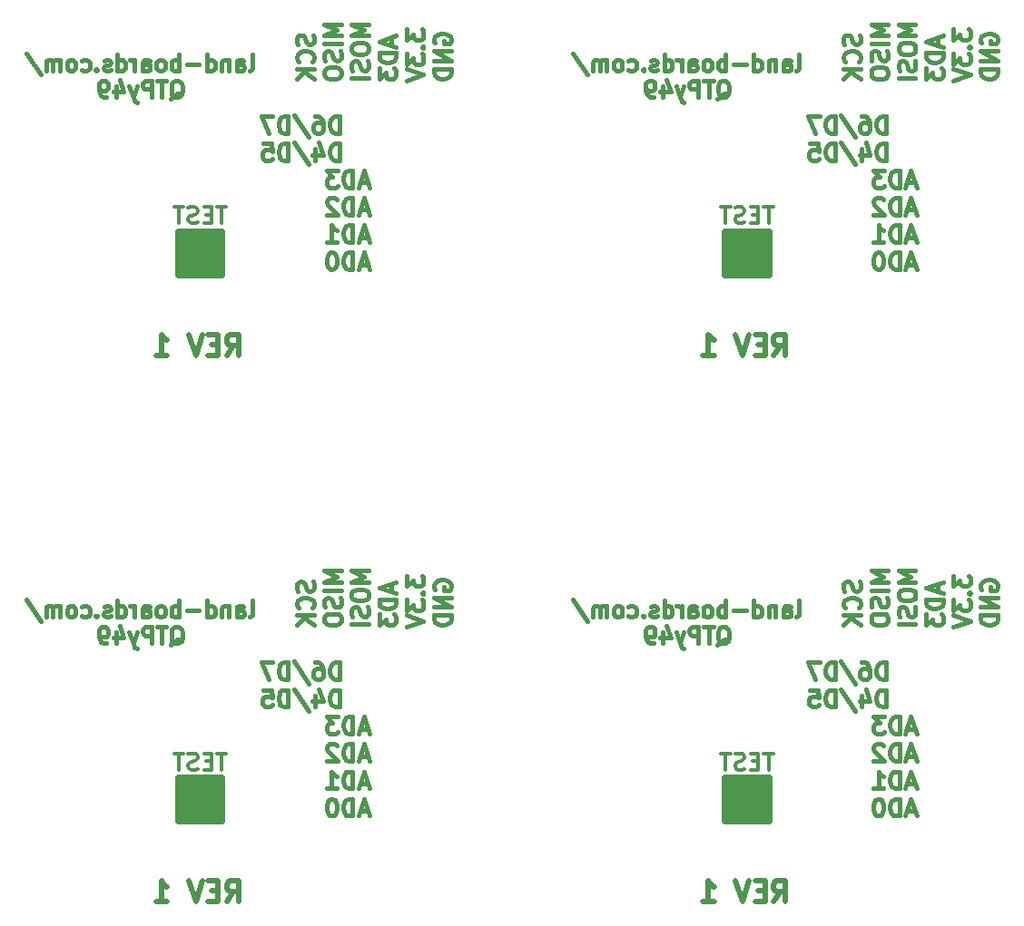
<source format=gbo>
%MOIN*%
%OFA0B0*%
%FSLAX46Y46*%
%IPPOS*%
%LPD*%
%ADD10C,0.015625*%
%ADD11C,0.018750000000000003*%
%ADD12C,0.015000000000000001*%
%ADD13C,0.012000000000000002*%
%ADD14C,0.025590551181102365*%
%ADD25C,0.015625*%
%ADD26C,0.018750000000000003*%
%ADD27C,0.015000000000000001*%
%ADD28C,0.012000000000000002*%
%ADD29C,0.025590551181102365*%
%ADD30C,0.015625*%
%ADD31C,0.018750000000000003*%
%ADD32C,0.015000000000000001*%
%ADD33C,0.012000000000000002*%
%ADD34C,0.025590551181102365*%
%ADD35C,0.015625*%
%ADD36C,0.018750000000000003*%
%ADD37C,0.015000000000000001*%
%ADD38C,0.012000000000000002*%
%ADD39C,0.025590551181102365*%
G01*
D10*
X0001277565Y0001230276D02*
X0001280541Y0001221347D01*
X0001280541Y0001206466D01*
X0001277565Y0001200514D01*
X0001274588Y0001197537D01*
X0001268636Y0001194561D01*
X0001262684Y0001194561D01*
X0001256731Y0001197537D01*
X0001253755Y0001200514D01*
X0001250779Y0001206466D01*
X0001247803Y0001218371D01*
X0001244827Y0001224323D01*
X0001241850Y0001227299D01*
X0001235898Y0001230276D01*
X0001229946Y0001230276D01*
X0001223993Y0001227299D01*
X0001221017Y0001224323D01*
X0001218041Y0001218371D01*
X0001218041Y0001203490D01*
X0001221017Y0001194561D01*
X0001274588Y0001132061D02*
X0001277565Y0001135037D01*
X0001280541Y0001143966D01*
X0001280541Y0001149918D01*
X0001277565Y0001158847D01*
X0001271612Y0001164799D01*
X0001265660Y0001167776D01*
X0001253755Y0001170752D01*
X0001244827Y0001170752D01*
X0001232922Y0001167776D01*
X0001226969Y0001164799D01*
X0001221017Y0001158847D01*
X0001218041Y0001149918D01*
X0001218041Y0001143966D01*
X0001221017Y0001135037D01*
X0001223993Y0001132061D01*
X0001280541Y0001105276D02*
X0001218041Y0001105276D01*
X0001280541Y0001069561D02*
X0001244827Y0001096347D01*
X0001218041Y0001069561D02*
X0001253755Y0001105276D01*
X0001381166Y0001268966D02*
X0001318666Y0001268966D01*
X0001363309Y0001248133D01*
X0001318666Y0001227299D01*
X0001381166Y0001227299D01*
X0001381166Y0001197537D02*
X0001318666Y0001197537D01*
X0001378190Y0001170752D02*
X0001381166Y0001161823D01*
X0001381166Y0001146942D01*
X0001378190Y0001140990D01*
X0001375213Y0001138014D01*
X0001369261Y0001135037D01*
X0001363309Y0001135037D01*
X0001357356Y0001138014D01*
X0001354380Y0001140990D01*
X0001351404Y0001146942D01*
X0001348428Y0001158847D01*
X0001345452Y0001164799D01*
X0001342475Y0001167776D01*
X0001336523Y0001170752D01*
X0001330571Y0001170752D01*
X0001324618Y0001167776D01*
X0001321642Y0001164799D01*
X0001318666Y0001158847D01*
X0001318666Y0001143966D01*
X0001321642Y0001135037D01*
X0001318666Y0001096347D02*
X0001318666Y0001084442D01*
X0001321642Y0001078490D01*
X0001327594Y0001072537D01*
X0001339499Y0001069561D01*
X0001360332Y0001069561D01*
X0001372237Y0001072537D01*
X0001378190Y0001078490D01*
X0001381166Y0001084442D01*
X0001381166Y0001096347D01*
X0001378190Y0001102299D01*
X0001372237Y0001108252D01*
X0001360332Y0001111228D01*
X0001339499Y0001111228D01*
X0001327594Y0001108252D01*
X0001321642Y0001102299D01*
X0001318666Y0001096347D01*
X0001481791Y0001268966D02*
X0001419291Y0001268966D01*
X0001463934Y0001248133D01*
X0001419291Y0001227299D01*
X0001481791Y0001227299D01*
X0001419291Y0001185633D02*
X0001419291Y0001173728D01*
X0001422267Y0001167776D01*
X0001428219Y0001161823D01*
X0001440124Y0001158847D01*
X0001460957Y0001158847D01*
X0001472862Y0001161823D01*
X0001478815Y0001167776D01*
X0001481791Y0001173728D01*
X0001481791Y0001185633D01*
X0001478815Y0001191585D01*
X0001472862Y0001197537D01*
X0001460957Y0001200514D01*
X0001440124Y0001200514D01*
X0001428219Y0001197537D01*
X0001422267Y0001191585D01*
X0001419291Y0001185633D01*
X0001478815Y0001135037D02*
X0001481791Y0001126109D01*
X0001481791Y0001111228D01*
X0001478815Y0001105276D01*
X0001475838Y0001102299D01*
X0001469886Y0001099323D01*
X0001463934Y0001099323D01*
X0001457981Y0001102299D01*
X0001455005Y0001105276D01*
X0001452029Y0001111228D01*
X0001449053Y0001123133D01*
X0001446077Y0001129085D01*
X0001443100Y0001132061D01*
X0001437148Y0001135037D01*
X0001431196Y0001135037D01*
X0001425243Y0001132061D01*
X0001422267Y0001129085D01*
X0001419291Y0001123133D01*
X0001419291Y0001108252D01*
X0001422267Y0001099323D01*
X0001481791Y0001072537D02*
X0001419291Y0001072537D01*
X0001564559Y0001221347D02*
X0001564559Y0001191585D01*
X0001582416Y0001227299D02*
X0001519916Y0001206466D01*
X0001582416Y0001185633D01*
X0001582416Y0001164799D02*
X0001519916Y0001164799D01*
X0001519916Y0001149918D01*
X0001522892Y0001140990D01*
X0001528844Y0001135037D01*
X0001534797Y0001132061D01*
X0001546702Y0001129085D01*
X0001555630Y0001129085D01*
X0001567535Y0001132061D01*
X0001573487Y0001135037D01*
X0001579440Y0001140990D01*
X0001582416Y0001149918D01*
X0001582416Y0001164799D01*
X0001519916Y0001108252D02*
X0001519916Y0001069561D01*
X0001543725Y0001090395D01*
X0001543725Y0001081466D01*
X0001546702Y0001075514D01*
X0001549678Y0001072537D01*
X0001555630Y0001069561D01*
X0001570511Y0001069561D01*
X0001576463Y0001072537D01*
X0001579440Y0001075514D01*
X0001582416Y0001081466D01*
X0001582416Y0001099323D01*
X0001579440Y0001105276D01*
X0001576463Y0001108252D01*
X0001620541Y0001251109D02*
X0001620541Y0001212418D01*
X0001644350Y0001233252D01*
X0001644350Y0001224323D01*
X0001647327Y0001218371D01*
X0001650303Y0001215395D01*
X0001656255Y0001212418D01*
X0001671136Y0001212418D01*
X0001677088Y0001215395D01*
X0001680065Y0001218371D01*
X0001683041Y0001224323D01*
X0001683041Y0001242180D01*
X0001680065Y0001248133D01*
X0001677088Y0001251109D01*
X0001677088Y0001185633D02*
X0001680065Y0001182656D01*
X0001683041Y0001185633D01*
X0001680065Y0001188609D01*
X0001677088Y0001185633D01*
X0001683041Y0001185633D01*
X0001620541Y0001161823D02*
X0001620541Y0001123133D01*
X0001644350Y0001143966D01*
X0001644350Y0001135037D01*
X0001647327Y0001129085D01*
X0001650303Y0001126109D01*
X0001656255Y0001123133D01*
X0001671136Y0001123133D01*
X0001677088Y0001126109D01*
X0001680065Y0001129085D01*
X0001683041Y0001135037D01*
X0001683041Y0001152895D01*
X0001680065Y0001158847D01*
X0001677088Y0001161823D01*
X0001620541Y0001105276D02*
X0001683041Y0001084442D01*
X0001620541Y0001063609D01*
X0001724142Y0001200514D02*
X0001721166Y0001206466D01*
X0001721166Y0001215395D01*
X0001724142Y0001224323D01*
X0001730094Y0001230276D01*
X0001736047Y0001233252D01*
X0001747952Y0001236228D01*
X0001756880Y0001236228D01*
X0001768785Y0001233252D01*
X0001774737Y0001230276D01*
X0001780690Y0001224323D01*
X0001783666Y0001215395D01*
X0001783666Y0001209442D01*
X0001780690Y0001200514D01*
X0001777713Y0001197537D01*
X0001756880Y0001197537D01*
X0001756880Y0001209442D01*
X0001783666Y0001170752D02*
X0001721166Y0001170752D01*
X0001783666Y0001135037D01*
X0001721166Y0001135037D01*
X0001783666Y0001105276D02*
X0001721166Y0001105276D01*
X0001721166Y0001090395D01*
X0001724142Y0001081466D01*
X0001730094Y0001075514D01*
X0001736047Y0001072537D01*
X0001747952Y0001069561D01*
X0001756880Y0001069561D01*
X0001768785Y0001072537D01*
X0001774737Y0001075514D01*
X0001780690Y0001081466D01*
X0001783666Y0001090395D01*
X0001783666Y0001105276D01*
D11*
X0000960972Y0000053572D02*
X0000985972Y0000089286D01*
X0001003830Y0000053572D02*
X0001003830Y0000128572D01*
X0000975258Y0000128572D01*
X0000968115Y0000125000D01*
X0000964544Y0000121429D01*
X0000960972Y0000114286D01*
X0000960972Y0000103572D01*
X0000964544Y0000096429D01*
X0000968115Y0000092857D01*
X0000975258Y0000089286D01*
X0001003830Y0000089286D01*
X0000928830Y0000092857D02*
X0000903830Y0000092857D01*
X0000893115Y0000053572D02*
X0000928830Y0000053572D01*
X0000928830Y0000128572D01*
X0000893115Y0000128572D01*
X0000871687Y0000128572D02*
X0000846687Y0000053572D01*
X0000821687Y0000128572D01*
X0000700258Y0000053572D02*
X0000743115Y0000053572D01*
X0000721687Y0000053572D02*
X0000721687Y0000128572D01*
X0000728830Y0000117857D01*
X0000735972Y0000110715D01*
X0000743115Y0000107143D01*
D12*
X0001045258Y0001098657D02*
X0001050972Y0001101515D01*
X0001053830Y0001107229D01*
X0001053830Y0001158657D01*
X0000996687Y0001098657D02*
X0000996687Y0001130086D01*
X0000999544Y0001135800D01*
X0001005258Y0001138657D01*
X0001016687Y0001138657D01*
X0001022401Y0001135800D01*
X0000996687Y0001101515D02*
X0001002401Y0001098657D01*
X0001016687Y0001098657D01*
X0001022401Y0001101515D01*
X0001025258Y0001107229D01*
X0001025258Y0001112943D01*
X0001022401Y0001118657D01*
X0001016687Y0001121515D01*
X0001002401Y0001121515D01*
X0000996687Y0001124372D01*
X0000968115Y0001138657D02*
X0000968115Y0001098657D01*
X0000968115Y0001132943D02*
X0000965258Y0001135800D01*
X0000959544Y0001138657D01*
X0000950972Y0001138657D01*
X0000945258Y0001135800D01*
X0000942401Y0001130086D01*
X0000942401Y0001098657D01*
X0000888115Y0001098657D02*
X0000888115Y0001158657D01*
X0000888115Y0001101515D02*
X0000893830Y0001098657D01*
X0000905258Y0001098657D01*
X0000910972Y0001101515D01*
X0000913830Y0001104372D01*
X0000916687Y0001110086D01*
X0000916687Y0001127229D01*
X0000913830Y0001132943D01*
X0000910972Y0001135800D01*
X0000905258Y0001138657D01*
X0000893830Y0001138657D01*
X0000888115Y0001135800D01*
X0000859544Y0001121515D02*
X0000813830Y0001121515D01*
X0000785258Y0001098657D02*
X0000785258Y0001158657D01*
X0000785258Y0001135800D02*
X0000779544Y0001138657D01*
X0000768115Y0001138657D01*
X0000762401Y0001135800D01*
X0000759544Y0001132943D01*
X0000756687Y0001127229D01*
X0000756687Y0001110086D01*
X0000759544Y0001104372D01*
X0000762401Y0001101515D01*
X0000768115Y0001098657D01*
X0000779544Y0001098657D01*
X0000785258Y0001101515D01*
X0000722401Y0001098657D02*
X0000728115Y0001101515D01*
X0000730972Y0001104372D01*
X0000733830Y0001110086D01*
X0000733830Y0001127229D01*
X0000730972Y0001132943D01*
X0000728115Y0001135800D01*
X0000722401Y0001138657D01*
X0000713830Y0001138657D01*
X0000708115Y0001135800D01*
X0000705258Y0001132943D01*
X0000702401Y0001127229D01*
X0000702401Y0001110086D01*
X0000705258Y0001104372D01*
X0000708115Y0001101515D01*
X0000713830Y0001098657D01*
X0000722401Y0001098657D01*
X0000650972Y0001098657D02*
X0000650972Y0001130086D01*
X0000653830Y0001135800D01*
X0000659544Y0001138657D01*
X0000670972Y0001138657D01*
X0000676687Y0001135800D01*
X0000650972Y0001101515D02*
X0000656687Y0001098657D01*
X0000670972Y0001098657D01*
X0000676687Y0001101515D01*
X0000679544Y0001107229D01*
X0000679544Y0001112943D01*
X0000676687Y0001118657D01*
X0000670972Y0001121515D01*
X0000656687Y0001121515D01*
X0000650972Y0001124372D01*
X0000622401Y0001098657D02*
X0000622401Y0001138657D01*
X0000622401Y0001127229D02*
X0000619544Y0001132943D01*
X0000616687Y0001135800D01*
X0000610972Y0001138657D01*
X0000605258Y0001138657D01*
X0000559544Y0001098657D02*
X0000559544Y0001158657D01*
X0000559544Y0001101515D02*
X0000565258Y0001098657D01*
X0000576687Y0001098657D01*
X0000582401Y0001101515D01*
X0000585258Y0001104372D01*
X0000588115Y0001110086D01*
X0000588115Y0001127229D01*
X0000585258Y0001132943D01*
X0000582401Y0001135800D01*
X0000576687Y0001138657D01*
X0000565258Y0001138657D01*
X0000559544Y0001135800D01*
X0000533830Y0001101515D02*
X0000528115Y0001098657D01*
X0000516687Y0001098657D01*
X0000510972Y0001101515D01*
X0000508115Y0001107229D01*
X0000508115Y0001110086D01*
X0000510972Y0001115800D01*
X0000516687Y0001118657D01*
X0000525258Y0001118657D01*
X0000530972Y0001121515D01*
X0000533830Y0001127229D01*
X0000533830Y0001130086D01*
X0000530972Y0001135800D01*
X0000525258Y0001138657D01*
X0000516687Y0001138657D01*
X0000510972Y0001135800D01*
X0000482401Y0001104372D02*
X0000479544Y0001101515D01*
X0000482401Y0001098657D01*
X0000485258Y0001101515D01*
X0000482401Y0001104372D01*
X0000482401Y0001098657D01*
X0000428115Y0001101515D02*
X0000433830Y0001098657D01*
X0000445258Y0001098657D01*
X0000450972Y0001101515D01*
X0000453830Y0001104372D01*
X0000456687Y0001110086D01*
X0000456687Y0001127229D01*
X0000453830Y0001132943D01*
X0000450972Y0001135800D01*
X0000445258Y0001138657D01*
X0000433830Y0001138657D01*
X0000428115Y0001135800D01*
X0000393830Y0001098657D02*
X0000399544Y0001101515D01*
X0000402401Y0001104372D01*
X0000405258Y0001110086D01*
X0000405258Y0001127229D01*
X0000402401Y0001132943D01*
X0000399544Y0001135800D01*
X0000393830Y0001138657D01*
X0000385258Y0001138657D01*
X0000379544Y0001135800D01*
X0000376687Y0001132943D01*
X0000373830Y0001127229D01*
X0000373830Y0001110086D01*
X0000376687Y0001104372D01*
X0000379544Y0001101515D01*
X0000385258Y0001098657D01*
X0000393830Y0001098657D01*
X0000348115Y0001098657D02*
X0000348115Y0001138657D01*
X0000348115Y0001132943D02*
X0000345258Y0001135800D01*
X0000339544Y0001138657D01*
X0000330972Y0001138657D01*
X0000325258Y0001135800D01*
X0000322401Y0001130086D01*
X0000322401Y0001098657D01*
X0000322401Y0001130086D02*
X0000319544Y0001135800D01*
X0000313830Y0001138657D01*
X0000305258Y0001138657D01*
X0000299544Y0001135800D01*
X0000296687Y0001130086D01*
X0000296687Y0001098657D01*
X0000225258Y0001161515D02*
X0000276687Y0001084372D01*
X0000753830Y0000996343D02*
X0000759544Y0000999200D01*
X0000765258Y0001004915D01*
X0000773830Y0001013486D01*
X0000779544Y0001016343D01*
X0000785258Y0001016343D01*
X0000782401Y0001002057D02*
X0000788115Y0001004915D01*
X0000793830Y0001010629D01*
X0000796687Y0001022057D01*
X0000796687Y0001042057D01*
X0000793830Y0001053486D01*
X0000788115Y0001059200D01*
X0000782401Y0001062057D01*
X0000770972Y0001062057D01*
X0000765258Y0001059200D01*
X0000759544Y0001053486D01*
X0000756687Y0001042057D01*
X0000756687Y0001022057D01*
X0000759544Y0001010629D01*
X0000765258Y0001004915D01*
X0000770972Y0001002057D01*
X0000782401Y0001002057D01*
X0000739544Y0001062057D02*
X0000705258Y0001062057D01*
X0000722401Y0001002057D02*
X0000722401Y0001062057D01*
X0000685258Y0001002057D02*
X0000685258Y0001062057D01*
X0000662401Y0001062057D01*
X0000656687Y0001059200D01*
X0000653830Y0001056343D01*
X0000650972Y0001050629D01*
X0000650972Y0001042057D01*
X0000653830Y0001036343D01*
X0000656687Y0001033486D01*
X0000662401Y0001030629D01*
X0000685258Y0001030629D01*
X0000630972Y0001042057D02*
X0000616687Y0001002057D01*
X0000602401Y0001042057D02*
X0000616687Y0001002057D01*
X0000622401Y0000987772D01*
X0000625258Y0000984915D01*
X0000630972Y0000982057D01*
X0000553830Y0001042057D02*
X0000553830Y0001002057D01*
X0000568115Y0001064915D02*
X0000582401Y0001022057D01*
X0000545258Y0001022057D01*
X0000519544Y0001002057D02*
X0000508115Y0001002057D01*
X0000502401Y0001004915D01*
X0000499544Y0001007772D01*
X0000493830Y0001016343D01*
X0000490972Y0001027772D01*
X0000490972Y0001050629D01*
X0000493830Y0001056343D01*
X0000496687Y0001059200D01*
X0000502401Y0001062057D01*
X0000513830Y0001062057D01*
X0000519544Y0001059200D01*
X0000522401Y0001056343D01*
X0000525258Y0001050629D01*
X0000525258Y0001036343D01*
X0000522401Y0001030629D01*
X0000519544Y0001027772D01*
X0000513830Y0001024915D01*
X0000502401Y0001024915D01*
X0000496687Y0001027772D01*
X0000493830Y0001030629D01*
X0000490972Y0001036343D01*
D10*
X0001373710Y0000869539D02*
X0001373710Y0000932039D01*
X0001358830Y0000932039D01*
X0001349901Y0000929063D01*
X0001343949Y0000923110D01*
X0001340972Y0000917158D01*
X0001337996Y0000905253D01*
X0001337996Y0000896325D01*
X0001340972Y0000884420D01*
X0001343949Y0000878467D01*
X0001349901Y0000872515D01*
X0001358830Y0000869539D01*
X0001373710Y0000869539D01*
X0001284425Y0000932039D02*
X0001296330Y0000932039D01*
X0001302282Y0000929063D01*
X0001305258Y0000926087D01*
X0001311210Y0000917158D01*
X0001314187Y0000905253D01*
X0001314187Y0000881444D01*
X0001311210Y0000875491D01*
X0001308234Y0000872515D01*
X0001302282Y0000869539D01*
X0001290377Y0000869539D01*
X0001284425Y0000872515D01*
X0001281449Y0000875491D01*
X0001278472Y0000881444D01*
X0001278472Y0000896325D01*
X0001281449Y0000902277D01*
X0001284425Y0000905253D01*
X0001290377Y0000908229D01*
X0001302282Y0000908229D01*
X0001308234Y0000905253D01*
X0001311210Y0000902277D01*
X0001314187Y0000896325D01*
X0001207044Y0000935015D02*
X0001260615Y0000854658D01*
X0001186210Y0000869539D02*
X0001186210Y0000932039D01*
X0001171330Y0000932039D01*
X0001162401Y0000929063D01*
X0001156449Y0000923110D01*
X0001153472Y0000917158D01*
X0001150496Y0000905253D01*
X0001150496Y0000896325D01*
X0001153472Y0000884420D01*
X0001156449Y0000878467D01*
X0001162401Y0000872515D01*
X0001171330Y0000869539D01*
X0001186210Y0000869539D01*
X0001129663Y0000932039D02*
X0001087996Y0000932039D01*
X0001114782Y0000869539D01*
X0001373710Y0000768914D02*
X0001373710Y0000831414D01*
X0001358830Y0000831414D01*
X0001349901Y0000828438D01*
X0001343949Y0000822485D01*
X0001340972Y0000816533D01*
X0001337996Y0000804628D01*
X0001337996Y0000795700D01*
X0001340972Y0000783795D01*
X0001343949Y0000777842D01*
X0001349901Y0000771890D01*
X0001358830Y0000768914D01*
X0001373710Y0000768914D01*
X0001284425Y0000810581D02*
X0001284425Y0000768914D01*
X0001299306Y0000834390D02*
X0001314187Y0000789747D01*
X0001275496Y0000789747D01*
X0001207044Y0000834390D02*
X0001260615Y0000754033D01*
X0001186210Y0000768914D02*
X0001186210Y0000831414D01*
X0001171330Y0000831414D01*
X0001162401Y0000828438D01*
X0001156449Y0000822485D01*
X0001153472Y0000816533D01*
X0001150496Y0000804628D01*
X0001150496Y0000795700D01*
X0001153472Y0000783795D01*
X0001156449Y0000777842D01*
X0001162401Y0000771890D01*
X0001171330Y0000768914D01*
X0001186210Y0000768914D01*
X0001093949Y0000831414D02*
X0001123710Y0000831414D01*
X0001126687Y0000801652D01*
X0001123710Y0000804628D01*
X0001117758Y0000807604D01*
X0001102877Y0000807604D01*
X0001096925Y0000804628D01*
X0001093949Y0000801652D01*
X0001090972Y0000795700D01*
X0001090972Y0000780819D01*
X0001093949Y0000774866D01*
X0001096925Y0000771890D01*
X0001102877Y0000768914D01*
X0001117758Y0000768914D01*
X0001123710Y0000771890D01*
X0001126687Y0000774866D01*
X0001479722Y0000688021D02*
X0001449960Y0000688021D01*
X0001485675Y0000670164D02*
X0001464841Y0000732664D01*
X0001444008Y0000670164D01*
X0001423175Y0000670164D02*
X0001423175Y0000732664D01*
X0001408294Y0000732664D01*
X0001399365Y0000729688D01*
X0001393413Y0000723735D01*
X0001390437Y0000717783D01*
X0001387460Y0000705878D01*
X0001387460Y0000696950D01*
X0001390437Y0000685045D01*
X0001393413Y0000679092D01*
X0001399365Y0000673140D01*
X0001408294Y0000670164D01*
X0001423175Y0000670164D01*
X0001366627Y0000732664D02*
X0001327937Y0000732664D01*
X0001348770Y0000708854D01*
X0001339841Y0000708854D01*
X0001333889Y0000705878D01*
X0001330913Y0000702902D01*
X0001327937Y0000696950D01*
X0001327937Y0000682069D01*
X0001330913Y0000676116D01*
X0001333889Y0000673140D01*
X0001339841Y0000670164D01*
X0001357699Y0000670164D01*
X0001363651Y0000673140D01*
X0001366627Y0000676116D01*
X0001479722Y0000587396D02*
X0001449960Y0000587396D01*
X0001485675Y0000569539D02*
X0001464841Y0000632039D01*
X0001444008Y0000569539D01*
X0001423175Y0000569539D02*
X0001423175Y0000632039D01*
X0001408294Y0000632039D01*
X0001399365Y0000629063D01*
X0001393413Y0000623110D01*
X0001390437Y0000617158D01*
X0001387460Y0000605253D01*
X0001387460Y0000596325D01*
X0001390437Y0000584420D01*
X0001393413Y0000578467D01*
X0001399365Y0000572515D01*
X0001408294Y0000569539D01*
X0001423175Y0000569539D01*
X0001363651Y0000626087D02*
X0001360675Y0000629063D01*
X0001354722Y0000632039D01*
X0001339841Y0000632039D01*
X0001333889Y0000629063D01*
X0001330913Y0000626087D01*
X0001327937Y0000620134D01*
X0001327937Y0000614182D01*
X0001330913Y0000605253D01*
X0001366627Y0000569539D01*
X0001327937Y0000569539D01*
X0001479722Y0000486771D02*
X0001449960Y0000486771D01*
X0001485675Y0000468914D02*
X0001464841Y0000531414D01*
X0001444008Y0000468914D01*
X0001423175Y0000468914D02*
X0001423175Y0000531414D01*
X0001408294Y0000531414D01*
X0001399365Y0000528438D01*
X0001393413Y0000522485D01*
X0001390437Y0000516533D01*
X0001387460Y0000504628D01*
X0001387460Y0000495700D01*
X0001390437Y0000483795D01*
X0001393413Y0000477842D01*
X0001399365Y0000471890D01*
X0001408294Y0000468914D01*
X0001423175Y0000468914D01*
X0001327937Y0000468914D02*
X0001363651Y0000468914D01*
X0001345794Y0000468914D02*
X0001345794Y0000531414D01*
X0001351746Y0000522485D01*
X0001357699Y0000516533D01*
X0001363651Y0000513557D01*
X0001479722Y0000386146D02*
X0001449960Y0000386146D01*
X0001485675Y0000368289D02*
X0001464841Y0000430789D01*
X0001444008Y0000368289D01*
X0001423175Y0000368289D02*
X0001423175Y0000430789D01*
X0001408294Y0000430789D01*
X0001399365Y0000427813D01*
X0001393413Y0000421860D01*
X0001390437Y0000415908D01*
X0001387460Y0000404003D01*
X0001387460Y0000395075D01*
X0001390437Y0000383170D01*
X0001393413Y0000377217D01*
X0001399365Y0000371265D01*
X0001408294Y0000368289D01*
X0001423175Y0000368289D01*
X0001348770Y0000430789D02*
X0001342818Y0000430789D01*
X0001336865Y0000427813D01*
X0001333889Y0000424837D01*
X0001330913Y0000418884D01*
X0001327937Y0000406979D01*
X0001327937Y0000392098D01*
X0001330913Y0000380194D01*
X0001333889Y0000374241D01*
X0001336865Y0000371265D01*
X0001342818Y0000368289D01*
X0001348770Y0000368289D01*
X0001354722Y0000371265D01*
X0001357699Y0000374241D01*
X0001360675Y0000380194D01*
X0001363651Y0000392098D01*
X0001363651Y0000406979D01*
X0001360675Y0000418884D01*
X0001357699Y0000424837D01*
X0001354722Y0000427813D01*
X0001348770Y0000430789D01*
D13*
X0000959544Y0000598153D02*
X0000925258Y0000598153D01*
X0000942401Y0000538153D02*
X0000942401Y0000598153D01*
X0000905258Y0000569581D02*
X0000885258Y0000569581D01*
X0000876687Y0000538153D02*
X0000905258Y0000538153D01*
X0000905258Y0000598153D01*
X0000876687Y0000598153D01*
X0000853830Y0000541010D02*
X0000845258Y0000538153D01*
X0000830972Y0000538153D01*
X0000825258Y0000541010D01*
X0000822401Y0000543867D01*
X0000819544Y0000549581D01*
X0000819544Y0000555295D01*
X0000822401Y0000561010D01*
X0000825258Y0000563867D01*
X0000830972Y0000566724D01*
X0000842401Y0000569581D01*
X0000848115Y0000572438D01*
X0000850972Y0000575295D01*
X0000853830Y0000581010D01*
X0000853830Y0000586724D01*
X0000850972Y0000592438D01*
X0000848115Y0000595295D01*
X0000842401Y0000598153D01*
X0000828115Y0000598153D01*
X0000819544Y0000595295D01*
X0000802401Y0000598153D02*
X0000768115Y0000598153D01*
X0000785258Y0000538153D02*
X0000785258Y0000598153D01*
D14*
X0000942570Y0000486555D02*
X0000942570Y0000466870D01*
X0000785089Y0000447185D02*
X0000942570Y0000447185D01*
X0000785089Y0000388130D02*
X0000785089Y0000368445D01*
X0000785089Y0000506240D02*
X0000942570Y0000506240D01*
X0000785089Y0000427500D02*
X0000785089Y0000407815D01*
X0000942570Y0000466870D02*
X0000785089Y0000466870D01*
X0000785089Y0000368445D02*
X0000942570Y0000368445D01*
X0000785089Y0000466870D02*
X0000785089Y0000447185D01*
X0000942570Y0000427500D02*
X0000785089Y0000427500D01*
X0000785089Y0000506240D02*
X0000785089Y0000486555D01*
X0000942570Y0000348760D02*
X0000785089Y0000348760D01*
X0000785089Y0000348760D02*
X0000785089Y0000506240D01*
X0000942570Y0000407815D02*
X0000942570Y0000388130D01*
X0000942570Y0000388130D02*
X0000785089Y0000388130D01*
X0000785089Y0000486555D02*
X0000942570Y0000486555D01*
X0000922885Y0000407815D02*
X0000942570Y0000407815D01*
X0000942570Y0000506240D02*
X0000942570Y0000348760D01*
X0000785089Y0000407815D02*
X0000922885Y0000407815D01*
X0000942570Y0000447185D02*
X0000942570Y0000427500D01*
G04 next file*
G04 Gerber Fmt 4.6, Leading zero omitted, Abs format (unit mm)*
G04 Created by KiCad (PCBNEW (6.0.1)) date 2022-06-03 05:47:02*
G01*
G04 APERTURE LIST*
G04 APERTURE END LIST*
D25*
X0003285439Y0001230276D02*
X0003288415Y0001221347D01*
X0003288415Y0001206466D01*
X0003285439Y0001200514D01*
X0003282462Y0001197537D01*
X0003276510Y0001194561D01*
X0003270558Y0001194561D01*
X0003264605Y0001197537D01*
X0003261629Y0001200514D01*
X0003258653Y0001206466D01*
X0003255677Y0001218371D01*
X0003252701Y0001224323D01*
X0003249724Y0001227299D01*
X0003243772Y0001230276D01*
X0003237820Y0001230276D01*
X0003231867Y0001227299D01*
X0003228891Y0001224323D01*
X0003225915Y0001218371D01*
X0003225915Y0001203490D01*
X0003228891Y0001194561D01*
X0003282462Y0001132061D02*
X0003285439Y0001135037D01*
X0003288415Y0001143966D01*
X0003288415Y0001149918D01*
X0003285439Y0001158847D01*
X0003279486Y0001164799D01*
X0003273534Y0001167776D01*
X0003261629Y0001170752D01*
X0003252701Y0001170752D01*
X0003240796Y0001167776D01*
X0003234843Y0001164799D01*
X0003228891Y0001158847D01*
X0003225915Y0001149918D01*
X0003225915Y0001143966D01*
X0003228891Y0001135037D01*
X0003231867Y0001132061D01*
X0003288415Y0001105276D02*
X0003225915Y0001105276D01*
X0003288415Y0001069561D02*
X0003252701Y0001096347D01*
X0003225915Y0001069561D02*
X0003261629Y0001105276D01*
X0003389040Y0001268966D02*
X0003326540Y0001268966D01*
X0003371183Y0001248133D01*
X0003326540Y0001227299D01*
X0003389040Y0001227299D01*
X0003389040Y0001197537D02*
X0003326540Y0001197537D01*
X0003386064Y0001170752D02*
X0003389040Y0001161823D01*
X0003389040Y0001146942D01*
X0003386064Y0001140990D01*
X0003383087Y0001138014D01*
X0003377135Y0001135037D01*
X0003371183Y0001135037D01*
X0003365230Y0001138014D01*
X0003362254Y0001140990D01*
X0003359278Y0001146942D01*
X0003356302Y0001158847D01*
X0003353326Y0001164799D01*
X0003350349Y0001167776D01*
X0003344397Y0001170752D01*
X0003338445Y0001170752D01*
X0003332492Y0001167776D01*
X0003329516Y0001164799D01*
X0003326540Y0001158847D01*
X0003326540Y0001143966D01*
X0003329516Y0001135037D01*
X0003326540Y0001096347D02*
X0003326540Y0001084442D01*
X0003329516Y0001078490D01*
X0003335468Y0001072537D01*
X0003347373Y0001069561D01*
X0003368207Y0001069561D01*
X0003380111Y0001072537D01*
X0003386064Y0001078490D01*
X0003389040Y0001084442D01*
X0003389040Y0001096347D01*
X0003386064Y0001102299D01*
X0003380111Y0001108252D01*
X0003368207Y0001111228D01*
X0003347373Y0001111228D01*
X0003335468Y0001108252D01*
X0003329516Y0001102299D01*
X0003326540Y0001096347D01*
X0003489665Y0001268966D02*
X0003427165Y0001268966D01*
X0003471808Y0001248133D01*
X0003427165Y0001227299D01*
X0003489665Y0001227299D01*
X0003427165Y0001185633D02*
X0003427165Y0001173728D01*
X0003430141Y0001167776D01*
X0003436093Y0001161823D01*
X0003447998Y0001158847D01*
X0003468832Y0001158847D01*
X0003480736Y0001161823D01*
X0003486689Y0001167776D01*
X0003489665Y0001173728D01*
X0003489665Y0001185633D01*
X0003486689Y0001191585D01*
X0003480736Y0001197537D01*
X0003468832Y0001200514D01*
X0003447998Y0001200514D01*
X0003436093Y0001197537D01*
X0003430141Y0001191585D01*
X0003427165Y0001185633D01*
X0003486689Y0001135037D02*
X0003489665Y0001126109D01*
X0003489665Y0001111228D01*
X0003486689Y0001105276D01*
X0003483712Y0001102299D01*
X0003477760Y0001099323D01*
X0003471808Y0001099323D01*
X0003465855Y0001102299D01*
X0003462879Y0001105276D01*
X0003459903Y0001111228D01*
X0003456927Y0001123133D01*
X0003453951Y0001129085D01*
X0003450974Y0001132061D01*
X0003445022Y0001135037D01*
X0003439070Y0001135037D01*
X0003433117Y0001132061D01*
X0003430141Y0001129085D01*
X0003427165Y0001123133D01*
X0003427165Y0001108252D01*
X0003430141Y0001099323D01*
X0003489665Y0001072537D02*
X0003427165Y0001072537D01*
X0003572433Y0001221347D02*
X0003572433Y0001191585D01*
X0003590290Y0001227299D02*
X0003527790Y0001206466D01*
X0003590290Y0001185633D01*
X0003590290Y0001164799D02*
X0003527790Y0001164799D01*
X0003527790Y0001149918D01*
X0003530766Y0001140990D01*
X0003536718Y0001135037D01*
X0003542671Y0001132061D01*
X0003554576Y0001129085D01*
X0003563504Y0001129085D01*
X0003575409Y0001132061D01*
X0003581361Y0001135037D01*
X0003587314Y0001140990D01*
X0003590290Y0001149918D01*
X0003590290Y0001164799D01*
X0003527790Y0001108252D02*
X0003527790Y0001069561D01*
X0003551599Y0001090395D01*
X0003551599Y0001081466D01*
X0003554576Y0001075514D01*
X0003557552Y0001072537D01*
X0003563504Y0001069561D01*
X0003578385Y0001069561D01*
X0003584337Y0001072537D01*
X0003587314Y0001075514D01*
X0003590290Y0001081466D01*
X0003590290Y0001099323D01*
X0003587314Y0001105276D01*
X0003584337Y0001108252D01*
X0003628415Y0001251109D02*
X0003628415Y0001212418D01*
X0003652224Y0001233252D01*
X0003652224Y0001224323D01*
X0003655201Y0001218371D01*
X0003658177Y0001215395D01*
X0003664129Y0001212418D01*
X0003679010Y0001212418D01*
X0003684962Y0001215395D01*
X0003687939Y0001218371D01*
X0003690915Y0001224323D01*
X0003690915Y0001242180D01*
X0003687939Y0001248133D01*
X0003684962Y0001251109D01*
X0003684962Y0001185633D02*
X0003687939Y0001182656D01*
X0003690915Y0001185633D01*
X0003687939Y0001188609D01*
X0003684962Y0001185633D01*
X0003690915Y0001185633D01*
X0003628415Y0001161823D02*
X0003628415Y0001123133D01*
X0003652224Y0001143966D01*
X0003652224Y0001135037D01*
X0003655201Y0001129085D01*
X0003658177Y0001126109D01*
X0003664129Y0001123133D01*
X0003679010Y0001123133D01*
X0003684962Y0001126109D01*
X0003687939Y0001129085D01*
X0003690915Y0001135037D01*
X0003690915Y0001152895D01*
X0003687939Y0001158847D01*
X0003684962Y0001161823D01*
X0003628415Y0001105276D02*
X0003690915Y0001084442D01*
X0003628415Y0001063609D01*
X0003732016Y0001200514D02*
X0003729040Y0001206466D01*
X0003729040Y0001215395D01*
X0003732016Y0001224323D01*
X0003737968Y0001230276D01*
X0003743921Y0001233252D01*
X0003755826Y0001236228D01*
X0003764754Y0001236228D01*
X0003776659Y0001233252D01*
X0003782611Y0001230276D01*
X0003788564Y0001224323D01*
X0003791540Y0001215395D01*
X0003791540Y0001209442D01*
X0003788564Y0001200514D01*
X0003785587Y0001197537D01*
X0003764754Y0001197537D01*
X0003764754Y0001209442D01*
X0003791540Y0001170752D02*
X0003729040Y0001170752D01*
X0003791540Y0001135037D01*
X0003729040Y0001135037D01*
X0003791540Y0001105276D02*
X0003729040Y0001105276D01*
X0003729040Y0001090395D01*
X0003732016Y0001081466D01*
X0003737968Y0001075514D01*
X0003743921Y0001072537D01*
X0003755826Y0001069561D01*
X0003764754Y0001069561D01*
X0003776659Y0001072537D01*
X0003782611Y0001075514D01*
X0003788564Y0001081466D01*
X0003791540Y0001090395D01*
X0003791540Y0001105276D01*
D26*
X0002968846Y0000053572D02*
X0002993846Y0000089286D01*
X0003011704Y0000053572D02*
X0003011704Y0000128572D01*
X0002983132Y0000128572D01*
X0002975989Y0000125000D01*
X0002972418Y0000121429D01*
X0002968846Y0000114286D01*
X0002968846Y0000103572D01*
X0002972418Y0000096429D01*
X0002975989Y0000092857D01*
X0002983132Y0000089286D01*
X0003011704Y0000089286D01*
X0002936704Y0000092857D02*
X0002911703Y0000092857D01*
X0002900989Y0000053572D02*
X0002936704Y0000053572D01*
X0002936704Y0000128572D01*
X0002900989Y0000128572D01*
X0002879561Y0000128572D02*
X0002854561Y0000053572D01*
X0002829561Y0000128572D01*
X0002708132Y0000053572D02*
X0002750989Y0000053572D01*
X0002729561Y0000053572D02*
X0002729561Y0000128572D01*
X0002736704Y0000117857D01*
X0002743846Y0000110715D01*
X0002750989Y0000107143D01*
D27*
X0003053132Y0001098657D02*
X0003058846Y0001101515D01*
X0003061704Y0001107229D01*
X0003061704Y0001158657D01*
X0003004561Y0001098657D02*
X0003004561Y0001130086D01*
X0003007418Y0001135800D01*
X0003013132Y0001138657D01*
X0003024561Y0001138657D01*
X0003030275Y0001135800D01*
X0003004561Y0001101515D02*
X0003010275Y0001098657D01*
X0003024561Y0001098657D01*
X0003030275Y0001101515D01*
X0003033132Y0001107229D01*
X0003033132Y0001112943D01*
X0003030275Y0001118657D01*
X0003024561Y0001121515D01*
X0003010275Y0001121515D01*
X0003004561Y0001124372D01*
X0002975989Y0001138657D02*
X0002975989Y0001098657D01*
X0002975989Y0001132943D02*
X0002973132Y0001135800D01*
X0002967418Y0001138657D01*
X0002958846Y0001138657D01*
X0002953132Y0001135800D01*
X0002950275Y0001130086D01*
X0002950275Y0001098657D01*
X0002895989Y0001098657D02*
X0002895989Y0001158657D01*
X0002895989Y0001101515D02*
X0002901704Y0001098657D01*
X0002913132Y0001098657D01*
X0002918846Y0001101515D01*
X0002921704Y0001104372D01*
X0002924561Y0001110086D01*
X0002924561Y0001127229D01*
X0002921704Y0001132943D01*
X0002918846Y0001135800D01*
X0002913132Y0001138657D01*
X0002901704Y0001138657D01*
X0002895989Y0001135800D01*
X0002867418Y0001121515D02*
X0002821704Y0001121515D01*
X0002793132Y0001098657D02*
X0002793132Y0001158657D01*
X0002793132Y0001135800D02*
X0002787418Y0001138657D01*
X0002775989Y0001138657D01*
X0002770275Y0001135800D01*
X0002767418Y0001132943D01*
X0002764561Y0001127229D01*
X0002764561Y0001110086D01*
X0002767418Y0001104372D01*
X0002770275Y0001101515D01*
X0002775989Y0001098657D01*
X0002787418Y0001098657D01*
X0002793132Y0001101515D01*
X0002730275Y0001098657D02*
X0002735989Y0001101515D01*
X0002738846Y0001104372D01*
X0002741704Y0001110086D01*
X0002741704Y0001127229D01*
X0002738846Y0001132943D01*
X0002735989Y0001135800D01*
X0002730275Y0001138657D01*
X0002721704Y0001138657D01*
X0002715989Y0001135800D01*
X0002713132Y0001132943D01*
X0002710275Y0001127229D01*
X0002710275Y0001110086D01*
X0002713132Y0001104372D01*
X0002715989Y0001101515D01*
X0002721704Y0001098657D01*
X0002730275Y0001098657D01*
X0002658846Y0001098657D02*
X0002658846Y0001130086D01*
X0002661704Y0001135800D01*
X0002667418Y0001138657D01*
X0002678846Y0001138657D01*
X0002684561Y0001135800D01*
X0002658846Y0001101515D02*
X0002664561Y0001098657D01*
X0002678846Y0001098657D01*
X0002684561Y0001101515D01*
X0002687418Y0001107229D01*
X0002687418Y0001112943D01*
X0002684561Y0001118657D01*
X0002678846Y0001121515D01*
X0002664561Y0001121515D01*
X0002658846Y0001124372D01*
X0002630275Y0001098657D02*
X0002630275Y0001138657D01*
X0002630275Y0001127229D02*
X0002627418Y0001132943D01*
X0002624561Y0001135800D01*
X0002618846Y0001138657D01*
X0002613132Y0001138657D01*
X0002567418Y0001098657D02*
X0002567418Y0001158657D01*
X0002567418Y0001101515D02*
X0002573132Y0001098657D01*
X0002584561Y0001098657D01*
X0002590275Y0001101515D01*
X0002593132Y0001104372D01*
X0002595989Y0001110086D01*
X0002595989Y0001127229D01*
X0002593132Y0001132943D01*
X0002590275Y0001135800D01*
X0002584561Y0001138657D01*
X0002573132Y0001138657D01*
X0002567418Y0001135800D01*
X0002541703Y0001101515D02*
X0002535989Y0001098657D01*
X0002524561Y0001098657D01*
X0002518846Y0001101515D01*
X0002515989Y0001107229D01*
X0002515989Y0001110086D01*
X0002518846Y0001115800D01*
X0002524561Y0001118657D01*
X0002533132Y0001118657D01*
X0002538846Y0001121515D01*
X0002541703Y0001127229D01*
X0002541703Y0001130086D01*
X0002538846Y0001135800D01*
X0002533132Y0001138657D01*
X0002524561Y0001138657D01*
X0002518846Y0001135800D01*
X0002490275Y0001104372D02*
X0002487418Y0001101515D01*
X0002490275Y0001098657D01*
X0002493132Y0001101515D01*
X0002490275Y0001104372D01*
X0002490275Y0001098657D01*
X0002435989Y0001101515D02*
X0002441704Y0001098657D01*
X0002453132Y0001098657D01*
X0002458846Y0001101515D01*
X0002461704Y0001104372D01*
X0002464561Y0001110086D01*
X0002464561Y0001127229D01*
X0002461704Y0001132943D01*
X0002458846Y0001135800D01*
X0002453132Y0001138657D01*
X0002441704Y0001138657D01*
X0002435989Y0001135800D01*
X0002401704Y0001098657D02*
X0002407418Y0001101515D01*
X0002410275Y0001104372D01*
X0002413132Y0001110086D01*
X0002413132Y0001127229D01*
X0002410275Y0001132943D01*
X0002407418Y0001135800D01*
X0002401704Y0001138657D01*
X0002393132Y0001138657D01*
X0002387418Y0001135800D01*
X0002384561Y0001132943D01*
X0002381704Y0001127229D01*
X0002381704Y0001110086D01*
X0002384561Y0001104372D01*
X0002387418Y0001101515D01*
X0002393132Y0001098657D01*
X0002401704Y0001098657D01*
X0002355989Y0001098657D02*
X0002355989Y0001138657D01*
X0002355989Y0001132943D02*
X0002353132Y0001135800D01*
X0002347418Y0001138657D01*
X0002338846Y0001138657D01*
X0002333132Y0001135800D01*
X0002330275Y0001130086D01*
X0002330275Y0001098657D01*
X0002330275Y0001130086D02*
X0002327418Y0001135800D01*
X0002321704Y0001138657D01*
X0002313132Y0001138657D01*
X0002307418Y0001135800D01*
X0002304561Y0001130086D01*
X0002304561Y0001098657D01*
X0002233132Y0001161515D02*
X0002284561Y0001084372D01*
X0002761704Y0000996343D02*
X0002767418Y0000999200D01*
X0002773132Y0001004915D01*
X0002781704Y0001013486D01*
X0002787418Y0001016343D01*
X0002793132Y0001016343D01*
X0002790275Y0001002057D02*
X0002795989Y0001004915D01*
X0002801704Y0001010629D01*
X0002804561Y0001022057D01*
X0002804561Y0001042057D01*
X0002801704Y0001053486D01*
X0002795989Y0001059200D01*
X0002790275Y0001062057D01*
X0002778846Y0001062057D01*
X0002773132Y0001059200D01*
X0002767418Y0001053486D01*
X0002764561Y0001042057D01*
X0002764561Y0001022057D01*
X0002767418Y0001010629D01*
X0002773132Y0001004915D01*
X0002778846Y0001002057D01*
X0002790275Y0001002057D01*
X0002747418Y0001062057D02*
X0002713132Y0001062057D01*
X0002730275Y0001002057D02*
X0002730275Y0001062057D01*
X0002693132Y0001002057D02*
X0002693132Y0001062057D01*
X0002670275Y0001062057D01*
X0002664561Y0001059200D01*
X0002661704Y0001056343D01*
X0002658846Y0001050629D01*
X0002658846Y0001042057D01*
X0002661704Y0001036343D01*
X0002664561Y0001033486D01*
X0002670275Y0001030629D01*
X0002693132Y0001030629D01*
X0002638846Y0001042057D02*
X0002624561Y0001002057D01*
X0002610275Y0001042057D02*
X0002624561Y0001002057D01*
X0002630275Y0000987772D01*
X0002633132Y0000984915D01*
X0002638846Y0000982057D01*
X0002561704Y0001042057D02*
X0002561704Y0001002057D01*
X0002575989Y0001064915D02*
X0002590275Y0001022057D01*
X0002553132Y0001022057D01*
X0002527418Y0001002057D02*
X0002515989Y0001002057D01*
X0002510275Y0001004915D01*
X0002507418Y0001007772D01*
X0002501704Y0001016343D01*
X0002498846Y0001027772D01*
X0002498846Y0001050629D01*
X0002501704Y0001056343D01*
X0002504561Y0001059200D01*
X0002510275Y0001062057D01*
X0002521704Y0001062057D01*
X0002527418Y0001059200D01*
X0002530275Y0001056343D01*
X0002533132Y0001050629D01*
X0002533132Y0001036343D01*
X0002530275Y0001030629D01*
X0002527418Y0001027772D01*
X0002521704Y0001024915D01*
X0002510275Y0001024915D01*
X0002504561Y0001027772D01*
X0002501704Y0001030629D01*
X0002498846Y0001036343D01*
D25*
X0003381584Y0000869539D02*
X0003381584Y0000932039D01*
X0003366704Y0000932039D01*
X0003357775Y0000929063D01*
X0003351823Y0000923110D01*
X0003348846Y0000917158D01*
X0003345870Y0000905253D01*
X0003345870Y0000896325D01*
X0003348846Y0000884420D01*
X0003351823Y0000878467D01*
X0003357775Y0000872515D01*
X0003366704Y0000869539D01*
X0003381584Y0000869539D01*
X0003292299Y0000932039D02*
X0003304204Y0000932039D01*
X0003310156Y0000929063D01*
X0003313132Y0000926087D01*
X0003319084Y0000917158D01*
X0003322061Y0000905253D01*
X0003322061Y0000881444D01*
X0003319084Y0000875491D01*
X0003316108Y0000872515D01*
X0003310156Y0000869539D01*
X0003298251Y0000869539D01*
X0003292299Y0000872515D01*
X0003289323Y0000875491D01*
X0003286346Y0000881444D01*
X0003286346Y0000896325D01*
X0003289323Y0000902277D01*
X0003292299Y0000905253D01*
X0003298251Y0000908229D01*
X0003310156Y0000908229D01*
X0003316108Y0000905253D01*
X0003319084Y0000902277D01*
X0003322061Y0000896325D01*
X0003214918Y0000935015D02*
X0003268489Y0000854658D01*
X0003194084Y0000869539D02*
X0003194084Y0000932039D01*
X0003179203Y0000932039D01*
X0003170275Y0000929063D01*
X0003164323Y0000923110D01*
X0003161346Y0000917158D01*
X0003158370Y0000905253D01*
X0003158370Y0000896325D01*
X0003161346Y0000884420D01*
X0003164323Y0000878467D01*
X0003170275Y0000872515D01*
X0003179203Y0000869539D01*
X0003194084Y0000869539D01*
X0003137537Y0000932039D02*
X0003095870Y0000932039D01*
X0003122656Y0000869539D01*
X0003381584Y0000768914D02*
X0003381584Y0000831414D01*
X0003366704Y0000831414D01*
X0003357775Y0000828438D01*
X0003351823Y0000822485D01*
X0003348846Y0000816533D01*
X0003345870Y0000804628D01*
X0003345870Y0000795700D01*
X0003348846Y0000783795D01*
X0003351823Y0000777842D01*
X0003357775Y0000771890D01*
X0003366704Y0000768914D01*
X0003381584Y0000768914D01*
X0003292299Y0000810581D02*
X0003292299Y0000768914D01*
X0003307180Y0000834390D02*
X0003322061Y0000789747D01*
X0003283370Y0000789747D01*
X0003214918Y0000834390D02*
X0003268489Y0000754033D01*
X0003194084Y0000768914D02*
X0003194084Y0000831414D01*
X0003179203Y0000831414D01*
X0003170275Y0000828438D01*
X0003164323Y0000822485D01*
X0003161346Y0000816533D01*
X0003158370Y0000804628D01*
X0003158370Y0000795700D01*
X0003161346Y0000783795D01*
X0003164323Y0000777842D01*
X0003170275Y0000771890D01*
X0003179203Y0000768914D01*
X0003194084Y0000768914D01*
X0003101823Y0000831414D02*
X0003131584Y0000831414D01*
X0003134561Y0000801652D01*
X0003131584Y0000804628D01*
X0003125632Y0000807604D01*
X0003110751Y0000807604D01*
X0003104799Y0000804628D01*
X0003101823Y0000801652D01*
X0003098846Y0000795700D01*
X0003098846Y0000780819D01*
X0003101823Y0000774866D01*
X0003104799Y0000771890D01*
X0003110751Y0000768914D01*
X0003125632Y0000768914D01*
X0003131584Y0000771890D01*
X0003134561Y0000774866D01*
X0003487596Y0000688021D02*
X0003457834Y0000688021D01*
X0003493549Y0000670164D02*
X0003472715Y0000732664D01*
X0003451882Y0000670164D01*
X0003431049Y0000670164D02*
X0003431049Y0000732664D01*
X0003416168Y0000732664D01*
X0003407239Y0000729688D01*
X0003401287Y0000723735D01*
X0003398311Y0000717783D01*
X0003395334Y0000705878D01*
X0003395334Y0000696950D01*
X0003398311Y0000685045D01*
X0003401287Y0000679092D01*
X0003407239Y0000673140D01*
X0003416168Y0000670164D01*
X0003431049Y0000670164D01*
X0003374501Y0000732664D02*
X0003335811Y0000732664D01*
X0003356644Y0000708854D01*
X0003347715Y0000708854D01*
X0003341763Y0000705878D01*
X0003338787Y0000702902D01*
X0003335811Y0000696950D01*
X0003335811Y0000682069D01*
X0003338787Y0000676116D01*
X0003341763Y0000673140D01*
X0003347715Y0000670164D01*
X0003365573Y0000670164D01*
X0003371525Y0000673140D01*
X0003374501Y0000676116D01*
X0003487596Y0000587396D02*
X0003457834Y0000587396D01*
X0003493549Y0000569539D02*
X0003472715Y0000632039D01*
X0003451882Y0000569539D01*
X0003431049Y0000569539D02*
X0003431049Y0000632039D01*
X0003416168Y0000632039D01*
X0003407239Y0000629063D01*
X0003401287Y0000623110D01*
X0003398311Y0000617158D01*
X0003395334Y0000605253D01*
X0003395334Y0000596325D01*
X0003398311Y0000584420D01*
X0003401287Y0000578467D01*
X0003407239Y0000572515D01*
X0003416168Y0000569539D01*
X0003431049Y0000569539D01*
X0003371525Y0000626087D02*
X0003368549Y0000629063D01*
X0003362596Y0000632039D01*
X0003347715Y0000632039D01*
X0003341763Y0000629063D01*
X0003338787Y0000626087D01*
X0003335811Y0000620134D01*
X0003335811Y0000614182D01*
X0003338787Y0000605253D01*
X0003374501Y0000569539D01*
X0003335811Y0000569539D01*
X0003487596Y0000486771D02*
X0003457834Y0000486771D01*
X0003493549Y0000468914D02*
X0003472715Y0000531414D01*
X0003451882Y0000468914D01*
X0003431049Y0000468914D02*
X0003431049Y0000531414D01*
X0003416168Y0000531414D01*
X0003407239Y0000528438D01*
X0003401287Y0000522485D01*
X0003398311Y0000516533D01*
X0003395334Y0000504628D01*
X0003395334Y0000495700D01*
X0003398311Y0000483795D01*
X0003401287Y0000477842D01*
X0003407239Y0000471890D01*
X0003416168Y0000468914D01*
X0003431049Y0000468914D01*
X0003335811Y0000468914D02*
X0003371525Y0000468914D01*
X0003353668Y0000468914D02*
X0003353668Y0000531414D01*
X0003359620Y0000522485D01*
X0003365573Y0000516533D01*
X0003371525Y0000513557D01*
X0003487596Y0000386146D02*
X0003457834Y0000386146D01*
X0003493549Y0000368289D02*
X0003472715Y0000430789D01*
X0003451882Y0000368289D01*
X0003431049Y0000368289D02*
X0003431049Y0000430789D01*
X0003416168Y0000430789D01*
X0003407239Y0000427813D01*
X0003401287Y0000421860D01*
X0003398311Y0000415908D01*
X0003395334Y0000404003D01*
X0003395334Y0000395075D01*
X0003398311Y0000383170D01*
X0003401287Y0000377217D01*
X0003407239Y0000371265D01*
X0003416168Y0000368289D01*
X0003431049Y0000368289D01*
X0003356644Y0000430789D02*
X0003350692Y0000430789D01*
X0003344739Y0000427813D01*
X0003341763Y0000424837D01*
X0003338787Y0000418884D01*
X0003335811Y0000406979D01*
X0003335811Y0000392098D01*
X0003338787Y0000380194D01*
X0003341763Y0000374241D01*
X0003344739Y0000371265D01*
X0003350692Y0000368289D01*
X0003356644Y0000368289D01*
X0003362596Y0000371265D01*
X0003365573Y0000374241D01*
X0003368549Y0000380194D01*
X0003371525Y0000392098D01*
X0003371525Y0000406979D01*
X0003368549Y0000418884D01*
X0003365573Y0000424837D01*
X0003362596Y0000427813D01*
X0003356644Y0000430789D01*
D28*
X0002967418Y0000598153D02*
X0002933132Y0000598153D01*
X0002950275Y0000538153D02*
X0002950275Y0000598153D01*
X0002913132Y0000569581D02*
X0002893132Y0000569581D01*
X0002884561Y0000538153D02*
X0002913132Y0000538153D01*
X0002913132Y0000598153D01*
X0002884561Y0000598153D01*
X0002861704Y0000541010D02*
X0002853132Y0000538153D01*
X0002838846Y0000538153D01*
X0002833132Y0000541010D01*
X0002830275Y0000543867D01*
X0002827418Y0000549581D01*
X0002827418Y0000555295D01*
X0002830275Y0000561010D01*
X0002833132Y0000563867D01*
X0002838846Y0000566724D01*
X0002850275Y0000569581D01*
X0002855989Y0000572438D01*
X0002858846Y0000575295D01*
X0002861704Y0000581010D01*
X0002861704Y0000586724D01*
X0002858846Y0000592438D01*
X0002855989Y0000595295D01*
X0002850275Y0000598153D01*
X0002835989Y0000598153D01*
X0002827418Y0000595295D01*
X0002810275Y0000598153D02*
X0002775989Y0000598153D01*
X0002793132Y0000538153D02*
X0002793132Y0000598153D01*
D29*
X0002950444Y0000486555D02*
X0002950444Y0000466870D01*
X0002792963Y0000447185D02*
X0002950444Y0000447185D01*
X0002792963Y0000388130D02*
X0002792963Y0000368445D01*
X0002792963Y0000506240D02*
X0002950444Y0000506240D01*
X0002792963Y0000427500D02*
X0002792963Y0000407815D01*
X0002950444Y0000466870D02*
X0002792963Y0000466870D01*
X0002792963Y0000368445D02*
X0002950444Y0000368445D01*
X0002792963Y0000466870D02*
X0002792963Y0000447185D01*
X0002950444Y0000427500D02*
X0002792963Y0000427500D01*
X0002792963Y0000506240D02*
X0002792963Y0000486555D01*
X0002950444Y0000348760D02*
X0002792963Y0000348760D01*
X0002792963Y0000348760D02*
X0002792963Y0000506240D01*
X0002950444Y0000407815D02*
X0002950444Y0000388130D01*
X0002950444Y0000388130D02*
X0002792963Y0000388130D01*
X0002792963Y0000486555D02*
X0002950444Y0000486555D01*
X0002930759Y0000407815D02*
X0002950444Y0000407815D01*
X0002950444Y0000506240D02*
X0002950444Y0000348760D01*
X0002792963Y0000407815D02*
X0002930759Y0000407815D01*
X0002950444Y0000447185D02*
X0002950444Y0000427500D01*
G04 next file*
G04 Gerber Fmt 4.6, Leading zero omitted, Abs format (unit mm)*
G04 Created by KiCad (PCBNEW (6.0.1)) date 2022-06-03 05:47:02*
G01*
G04 APERTURE LIST*
G04 APERTURE END LIST*
D30*
X0001277565Y0003238150D02*
X0001280541Y0003229221D01*
X0001280541Y0003214340D01*
X0001277565Y0003208388D01*
X0001274588Y0003205411D01*
X0001268636Y0003202435D01*
X0001262684Y0003202435D01*
X0001256731Y0003205411D01*
X0001253755Y0003208388D01*
X0001250779Y0003214340D01*
X0001247803Y0003226245D01*
X0001244827Y0003232197D01*
X0001241850Y0003235173D01*
X0001235898Y0003238150D01*
X0001229946Y0003238150D01*
X0001223993Y0003235173D01*
X0001221017Y0003232197D01*
X0001218041Y0003226245D01*
X0001218041Y0003211364D01*
X0001221017Y0003202435D01*
X0001274588Y0003139935D02*
X0001277565Y0003142911D01*
X0001280541Y0003151840D01*
X0001280541Y0003157792D01*
X0001277565Y0003166721D01*
X0001271612Y0003172673D01*
X0001265660Y0003175650D01*
X0001253755Y0003178626D01*
X0001244827Y0003178626D01*
X0001232922Y0003175650D01*
X0001226969Y0003172673D01*
X0001221017Y0003166721D01*
X0001218041Y0003157792D01*
X0001218041Y0003151840D01*
X0001221017Y0003142911D01*
X0001223993Y0003139935D01*
X0001280541Y0003113150D02*
X0001218041Y0003113150D01*
X0001280541Y0003077435D02*
X0001244827Y0003104221D01*
X0001218041Y0003077435D02*
X0001253755Y0003113150D01*
X0001381166Y0003276840D02*
X0001318666Y0003276840D01*
X0001363309Y0003256007D01*
X0001318666Y0003235173D01*
X0001381166Y0003235173D01*
X0001381166Y0003205411D02*
X0001318666Y0003205411D01*
X0001378190Y0003178626D02*
X0001381166Y0003169697D01*
X0001381166Y0003154816D01*
X0001378190Y0003148864D01*
X0001375213Y0003145888D01*
X0001369261Y0003142911D01*
X0001363309Y0003142911D01*
X0001357356Y0003145888D01*
X0001354380Y0003148864D01*
X0001351404Y0003154816D01*
X0001348428Y0003166721D01*
X0001345452Y0003172673D01*
X0001342475Y0003175650D01*
X0001336523Y0003178626D01*
X0001330571Y0003178626D01*
X0001324618Y0003175650D01*
X0001321642Y0003172673D01*
X0001318666Y0003166721D01*
X0001318666Y0003151840D01*
X0001321642Y0003142911D01*
X0001318666Y0003104221D02*
X0001318666Y0003092316D01*
X0001321642Y0003086364D01*
X0001327594Y0003080411D01*
X0001339499Y0003077435D01*
X0001360332Y0003077435D01*
X0001372237Y0003080411D01*
X0001378190Y0003086364D01*
X0001381166Y0003092316D01*
X0001381166Y0003104221D01*
X0001378190Y0003110173D01*
X0001372237Y0003116126D01*
X0001360332Y0003119102D01*
X0001339499Y0003119102D01*
X0001327594Y0003116126D01*
X0001321642Y0003110173D01*
X0001318666Y0003104221D01*
X0001481791Y0003276840D02*
X0001419291Y0003276840D01*
X0001463934Y0003256007D01*
X0001419291Y0003235173D01*
X0001481791Y0003235173D01*
X0001419291Y0003193507D02*
X0001419291Y0003181602D01*
X0001422267Y0003175650D01*
X0001428219Y0003169697D01*
X0001440124Y0003166721D01*
X0001460957Y0003166721D01*
X0001472862Y0003169697D01*
X0001478815Y0003175650D01*
X0001481791Y0003181602D01*
X0001481791Y0003193507D01*
X0001478815Y0003199459D01*
X0001472862Y0003205411D01*
X0001460957Y0003208388D01*
X0001440124Y0003208388D01*
X0001428219Y0003205411D01*
X0001422267Y0003199459D01*
X0001419291Y0003193507D01*
X0001478815Y0003142911D02*
X0001481791Y0003133983D01*
X0001481791Y0003119102D01*
X0001478815Y0003113150D01*
X0001475838Y0003110173D01*
X0001469886Y0003107197D01*
X0001463934Y0003107197D01*
X0001457981Y0003110173D01*
X0001455005Y0003113150D01*
X0001452029Y0003119102D01*
X0001449053Y0003131007D01*
X0001446077Y0003136959D01*
X0001443100Y0003139935D01*
X0001437148Y0003142911D01*
X0001431196Y0003142911D01*
X0001425243Y0003139935D01*
X0001422267Y0003136959D01*
X0001419291Y0003131007D01*
X0001419291Y0003116126D01*
X0001422267Y0003107197D01*
X0001481791Y0003080411D02*
X0001419291Y0003080411D01*
X0001564559Y0003229221D02*
X0001564559Y0003199459D01*
X0001582416Y0003235173D02*
X0001519916Y0003214340D01*
X0001582416Y0003193507D01*
X0001582416Y0003172673D02*
X0001519916Y0003172673D01*
X0001519916Y0003157792D01*
X0001522892Y0003148864D01*
X0001528844Y0003142911D01*
X0001534797Y0003139935D01*
X0001546702Y0003136959D01*
X0001555630Y0003136959D01*
X0001567535Y0003139935D01*
X0001573487Y0003142911D01*
X0001579440Y0003148864D01*
X0001582416Y0003157792D01*
X0001582416Y0003172673D01*
X0001519916Y0003116126D02*
X0001519916Y0003077435D01*
X0001543725Y0003098269D01*
X0001543725Y0003089340D01*
X0001546702Y0003083388D01*
X0001549678Y0003080411D01*
X0001555630Y0003077435D01*
X0001570511Y0003077435D01*
X0001576463Y0003080411D01*
X0001579440Y0003083388D01*
X0001582416Y0003089340D01*
X0001582416Y0003107197D01*
X0001579440Y0003113150D01*
X0001576463Y0003116126D01*
X0001620541Y0003258983D02*
X0001620541Y0003220292D01*
X0001644350Y0003241126D01*
X0001644350Y0003232197D01*
X0001647327Y0003226245D01*
X0001650303Y0003223269D01*
X0001656255Y0003220292D01*
X0001671136Y0003220292D01*
X0001677088Y0003223269D01*
X0001680065Y0003226245D01*
X0001683041Y0003232197D01*
X0001683041Y0003250054D01*
X0001680065Y0003256007D01*
X0001677088Y0003258983D01*
X0001677088Y0003193507D02*
X0001680065Y0003190530D01*
X0001683041Y0003193507D01*
X0001680065Y0003196483D01*
X0001677088Y0003193507D01*
X0001683041Y0003193507D01*
X0001620541Y0003169697D02*
X0001620541Y0003131007D01*
X0001644350Y0003151840D01*
X0001644350Y0003142911D01*
X0001647327Y0003136959D01*
X0001650303Y0003133983D01*
X0001656255Y0003131007D01*
X0001671136Y0003131007D01*
X0001677088Y0003133983D01*
X0001680065Y0003136959D01*
X0001683041Y0003142911D01*
X0001683041Y0003160769D01*
X0001680065Y0003166721D01*
X0001677088Y0003169697D01*
X0001620541Y0003113150D02*
X0001683041Y0003092316D01*
X0001620541Y0003071483D01*
X0001724142Y0003208388D02*
X0001721166Y0003214340D01*
X0001721166Y0003223269D01*
X0001724142Y0003232197D01*
X0001730094Y0003238150D01*
X0001736047Y0003241126D01*
X0001747952Y0003244102D01*
X0001756880Y0003244102D01*
X0001768785Y0003241126D01*
X0001774737Y0003238150D01*
X0001780690Y0003232197D01*
X0001783666Y0003223269D01*
X0001783666Y0003217316D01*
X0001780690Y0003208388D01*
X0001777713Y0003205411D01*
X0001756880Y0003205411D01*
X0001756880Y0003217316D01*
X0001783666Y0003178626D02*
X0001721166Y0003178626D01*
X0001783666Y0003142911D01*
X0001721166Y0003142911D01*
X0001783666Y0003113150D02*
X0001721166Y0003113150D01*
X0001721166Y0003098269D01*
X0001724142Y0003089340D01*
X0001730094Y0003083388D01*
X0001736047Y0003080411D01*
X0001747952Y0003077435D01*
X0001756880Y0003077435D01*
X0001768785Y0003080411D01*
X0001774737Y0003083388D01*
X0001780690Y0003089340D01*
X0001783666Y0003098269D01*
X0001783666Y0003113150D01*
D31*
X0000960972Y0002061446D02*
X0000985972Y0002097160D01*
X0001003830Y0002061446D02*
X0001003830Y0002136446D01*
X0000975258Y0002136446D01*
X0000968115Y0002132874D01*
X0000964544Y0002129303D01*
X0000960972Y0002122160D01*
X0000960972Y0002111446D01*
X0000964544Y0002104303D01*
X0000968115Y0002100731D01*
X0000975258Y0002097160D01*
X0001003830Y0002097160D01*
X0000928830Y0002100731D02*
X0000903830Y0002100731D01*
X0000893115Y0002061446D02*
X0000928830Y0002061446D01*
X0000928830Y0002136446D01*
X0000893115Y0002136446D01*
X0000871687Y0002136446D02*
X0000846687Y0002061446D01*
X0000821687Y0002136446D01*
X0000700258Y0002061446D02*
X0000743115Y0002061446D01*
X0000721687Y0002061446D02*
X0000721687Y0002136446D01*
X0000728830Y0002125731D01*
X0000735972Y0002118589D01*
X0000743115Y0002115017D01*
D32*
X0001045258Y0003106531D02*
X0001050972Y0003109389D01*
X0001053830Y0003115103D01*
X0001053830Y0003166531D01*
X0000996687Y0003106531D02*
X0000996687Y0003137960D01*
X0000999544Y0003143674D01*
X0001005258Y0003146531D01*
X0001016687Y0003146531D01*
X0001022401Y0003143674D01*
X0000996687Y0003109389D02*
X0001002401Y0003106531D01*
X0001016687Y0003106531D01*
X0001022401Y0003109389D01*
X0001025258Y0003115103D01*
X0001025258Y0003120817D01*
X0001022401Y0003126531D01*
X0001016687Y0003129389D01*
X0001002401Y0003129389D01*
X0000996687Y0003132246D01*
X0000968115Y0003146531D02*
X0000968115Y0003106531D01*
X0000968115Y0003140817D02*
X0000965258Y0003143674D01*
X0000959544Y0003146531D01*
X0000950972Y0003146531D01*
X0000945258Y0003143674D01*
X0000942401Y0003137960D01*
X0000942401Y0003106531D01*
X0000888115Y0003106531D02*
X0000888115Y0003166531D01*
X0000888115Y0003109389D02*
X0000893830Y0003106531D01*
X0000905258Y0003106531D01*
X0000910972Y0003109389D01*
X0000913830Y0003112246D01*
X0000916687Y0003117960D01*
X0000916687Y0003135103D01*
X0000913830Y0003140817D01*
X0000910972Y0003143674D01*
X0000905258Y0003146531D01*
X0000893830Y0003146531D01*
X0000888115Y0003143674D01*
X0000859544Y0003129389D02*
X0000813830Y0003129389D01*
X0000785258Y0003106531D02*
X0000785258Y0003166531D01*
X0000785258Y0003143674D02*
X0000779544Y0003146531D01*
X0000768115Y0003146531D01*
X0000762401Y0003143674D01*
X0000759544Y0003140817D01*
X0000756687Y0003135103D01*
X0000756687Y0003117960D01*
X0000759544Y0003112246D01*
X0000762401Y0003109389D01*
X0000768115Y0003106531D01*
X0000779544Y0003106531D01*
X0000785258Y0003109389D01*
X0000722401Y0003106531D02*
X0000728115Y0003109389D01*
X0000730972Y0003112246D01*
X0000733830Y0003117960D01*
X0000733830Y0003135103D01*
X0000730972Y0003140817D01*
X0000728115Y0003143674D01*
X0000722401Y0003146531D01*
X0000713830Y0003146531D01*
X0000708115Y0003143674D01*
X0000705258Y0003140817D01*
X0000702401Y0003135103D01*
X0000702401Y0003117960D01*
X0000705258Y0003112246D01*
X0000708115Y0003109389D01*
X0000713830Y0003106531D01*
X0000722401Y0003106531D01*
X0000650972Y0003106531D02*
X0000650972Y0003137960D01*
X0000653830Y0003143674D01*
X0000659544Y0003146531D01*
X0000670972Y0003146531D01*
X0000676687Y0003143674D01*
X0000650972Y0003109389D02*
X0000656687Y0003106531D01*
X0000670972Y0003106531D01*
X0000676687Y0003109389D01*
X0000679544Y0003115103D01*
X0000679544Y0003120817D01*
X0000676687Y0003126531D01*
X0000670972Y0003129389D01*
X0000656687Y0003129389D01*
X0000650972Y0003132246D01*
X0000622401Y0003106531D02*
X0000622401Y0003146531D01*
X0000622401Y0003135103D02*
X0000619544Y0003140817D01*
X0000616687Y0003143674D01*
X0000610972Y0003146531D01*
X0000605258Y0003146531D01*
X0000559544Y0003106531D02*
X0000559544Y0003166531D01*
X0000559544Y0003109389D02*
X0000565258Y0003106531D01*
X0000576687Y0003106531D01*
X0000582401Y0003109389D01*
X0000585258Y0003112246D01*
X0000588115Y0003117960D01*
X0000588115Y0003135103D01*
X0000585258Y0003140817D01*
X0000582401Y0003143674D01*
X0000576687Y0003146531D01*
X0000565258Y0003146531D01*
X0000559544Y0003143674D01*
X0000533830Y0003109389D02*
X0000528115Y0003106531D01*
X0000516687Y0003106531D01*
X0000510972Y0003109389D01*
X0000508115Y0003115103D01*
X0000508115Y0003117960D01*
X0000510972Y0003123674D01*
X0000516687Y0003126531D01*
X0000525258Y0003126531D01*
X0000530972Y0003129389D01*
X0000533830Y0003135103D01*
X0000533830Y0003137960D01*
X0000530972Y0003143674D01*
X0000525258Y0003146531D01*
X0000516687Y0003146531D01*
X0000510972Y0003143674D01*
X0000482401Y0003112246D02*
X0000479544Y0003109389D01*
X0000482401Y0003106531D01*
X0000485258Y0003109389D01*
X0000482401Y0003112246D01*
X0000482401Y0003106531D01*
X0000428115Y0003109389D02*
X0000433830Y0003106531D01*
X0000445258Y0003106531D01*
X0000450972Y0003109389D01*
X0000453830Y0003112246D01*
X0000456687Y0003117960D01*
X0000456687Y0003135103D01*
X0000453830Y0003140817D01*
X0000450972Y0003143674D01*
X0000445258Y0003146531D01*
X0000433830Y0003146531D01*
X0000428115Y0003143674D01*
X0000393830Y0003106531D02*
X0000399544Y0003109389D01*
X0000402401Y0003112246D01*
X0000405258Y0003117960D01*
X0000405258Y0003135103D01*
X0000402401Y0003140817D01*
X0000399544Y0003143674D01*
X0000393830Y0003146531D01*
X0000385258Y0003146531D01*
X0000379544Y0003143674D01*
X0000376687Y0003140817D01*
X0000373830Y0003135103D01*
X0000373830Y0003117960D01*
X0000376687Y0003112246D01*
X0000379544Y0003109389D01*
X0000385258Y0003106531D01*
X0000393830Y0003106531D01*
X0000348115Y0003106531D02*
X0000348115Y0003146531D01*
X0000348115Y0003140817D02*
X0000345258Y0003143674D01*
X0000339544Y0003146531D01*
X0000330972Y0003146531D01*
X0000325258Y0003143674D01*
X0000322401Y0003137960D01*
X0000322401Y0003106531D01*
X0000322401Y0003137960D02*
X0000319544Y0003143674D01*
X0000313830Y0003146531D01*
X0000305258Y0003146531D01*
X0000299544Y0003143674D01*
X0000296687Y0003137960D01*
X0000296687Y0003106531D01*
X0000225258Y0003169389D02*
X0000276687Y0003092246D01*
X0000753830Y0003004217D02*
X0000759544Y0003007074D01*
X0000765258Y0003012789D01*
X0000773830Y0003021360D01*
X0000779544Y0003024217D01*
X0000785258Y0003024217D01*
X0000782401Y0003009931D02*
X0000788115Y0003012789D01*
X0000793830Y0003018503D01*
X0000796687Y0003029931D01*
X0000796687Y0003049931D01*
X0000793830Y0003061360D01*
X0000788115Y0003067074D01*
X0000782401Y0003069931D01*
X0000770972Y0003069931D01*
X0000765258Y0003067074D01*
X0000759544Y0003061360D01*
X0000756687Y0003049931D01*
X0000756687Y0003029931D01*
X0000759544Y0003018503D01*
X0000765258Y0003012789D01*
X0000770972Y0003009931D01*
X0000782401Y0003009931D01*
X0000739544Y0003069931D02*
X0000705258Y0003069931D01*
X0000722401Y0003009931D02*
X0000722401Y0003069931D01*
X0000685258Y0003009931D02*
X0000685258Y0003069931D01*
X0000662401Y0003069931D01*
X0000656687Y0003067074D01*
X0000653830Y0003064217D01*
X0000650972Y0003058503D01*
X0000650972Y0003049931D01*
X0000653830Y0003044217D01*
X0000656687Y0003041360D01*
X0000662401Y0003038503D01*
X0000685258Y0003038503D01*
X0000630972Y0003049931D02*
X0000616687Y0003009931D01*
X0000602401Y0003049931D02*
X0000616687Y0003009931D01*
X0000622401Y0002995646D01*
X0000625258Y0002992789D01*
X0000630972Y0002989931D01*
X0000553830Y0003049931D02*
X0000553830Y0003009931D01*
X0000568115Y0003072789D02*
X0000582401Y0003029931D01*
X0000545258Y0003029931D01*
X0000519544Y0003009931D02*
X0000508115Y0003009931D01*
X0000502401Y0003012789D01*
X0000499544Y0003015646D01*
X0000493830Y0003024217D01*
X0000490972Y0003035646D01*
X0000490972Y0003058503D01*
X0000493830Y0003064217D01*
X0000496687Y0003067074D01*
X0000502401Y0003069931D01*
X0000513830Y0003069931D01*
X0000519544Y0003067074D01*
X0000522401Y0003064217D01*
X0000525258Y0003058503D01*
X0000525258Y0003044217D01*
X0000522401Y0003038503D01*
X0000519544Y0003035646D01*
X0000513830Y0003032789D01*
X0000502401Y0003032789D01*
X0000496687Y0003035646D01*
X0000493830Y0003038503D01*
X0000490972Y0003044217D01*
D30*
X0001373710Y0002877413D02*
X0001373710Y0002939913D01*
X0001358830Y0002939913D01*
X0001349901Y0002936937D01*
X0001343949Y0002930984D01*
X0001340972Y0002925032D01*
X0001337996Y0002913127D01*
X0001337996Y0002904199D01*
X0001340972Y0002892294D01*
X0001343949Y0002886341D01*
X0001349901Y0002880389D01*
X0001358830Y0002877413D01*
X0001373710Y0002877413D01*
X0001284425Y0002939913D02*
X0001296330Y0002939913D01*
X0001302282Y0002936937D01*
X0001305258Y0002933961D01*
X0001311210Y0002925032D01*
X0001314187Y0002913127D01*
X0001314187Y0002889318D01*
X0001311210Y0002883365D01*
X0001308234Y0002880389D01*
X0001302282Y0002877413D01*
X0001290377Y0002877413D01*
X0001284425Y0002880389D01*
X0001281449Y0002883365D01*
X0001278472Y0002889318D01*
X0001278472Y0002904199D01*
X0001281449Y0002910151D01*
X0001284425Y0002913127D01*
X0001290377Y0002916103D01*
X0001302282Y0002916103D01*
X0001308234Y0002913127D01*
X0001311210Y0002910151D01*
X0001314187Y0002904199D01*
X0001207044Y0002942889D02*
X0001260615Y0002862532D01*
X0001186210Y0002877413D02*
X0001186210Y0002939913D01*
X0001171330Y0002939913D01*
X0001162401Y0002936937D01*
X0001156449Y0002930984D01*
X0001153472Y0002925032D01*
X0001150496Y0002913127D01*
X0001150496Y0002904199D01*
X0001153472Y0002892294D01*
X0001156449Y0002886341D01*
X0001162401Y0002880389D01*
X0001171330Y0002877413D01*
X0001186210Y0002877413D01*
X0001129663Y0002939913D02*
X0001087996Y0002939913D01*
X0001114782Y0002877413D01*
X0001373710Y0002776788D02*
X0001373710Y0002839288D01*
X0001358830Y0002839288D01*
X0001349901Y0002836312D01*
X0001343949Y0002830359D01*
X0001340972Y0002824407D01*
X0001337996Y0002812502D01*
X0001337996Y0002803574D01*
X0001340972Y0002791669D01*
X0001343949Y0002785716D01*
X0001349901Y0002779764D01*
X0001358830Y0002776788D01*
X0001373710Y0002776788D01*
X0001284425Y0002818455D02*
X0001284425Y0002776788D01*
X0001299306Y0002842264D02*
X0001314187Y0002797621D01*
X0001275496Y0002797621D01*
X0001207044Y0002842264D02*
X0001260615Y0002761907D01*
X0001186210Y0002776788D02*
X0001186210Y0002839288D01*
X0001171330Y0002839288D01*
X0001162401Y0002836312D01*
X0001156449Y0002830359D01*
X0001153472Y0002824407D01*
X0001150496Y0002812502D01*
X0001150496Y0002803574D01*
X0001153472Y0002791669D01*
X0001156449Y0002785716D01*
X0001162401Y0002779764D01*
X0001171330Y0002776788D01*
X0001186210Y0002776788D01*
X0001093949Y0002839288D02*
X0001123710Y0002839288D01*
X0001126687Y0002809526D01*
X0001123710Y0002812502D01*
X0001117758Y0002815478D01*
X0001102877Y0002815478D01*
X0001096925Y0002812502D01*
X0001093949Y0002809526D01*
X0001090972Y0002803574D01*
X0001090972Y0002788693D01*
X0001093949Y0002782740D01*
X0001096925Y0002779764D01*
X0001102877Y0002776788D01*
X0001117758Y0002776788D01*
X0001123710Y0002779764D01*
X0001126687Y0002782740D01*
X0001479722Y0002695895D02*
X0001449960Y0002695895D01*
X0001485675Y0002678038D02*
X0001464841Y0002740538D01*
X0001444008Y0002678038D01*
X0001423175Y0002678038D02*
X0001423175Y0002740538D01*
X0001408294Y0002740538D01*
X0001399365Y0002737562D01*
X0001393413Y0002731609D01*
X0001390437Y0002725657D01*
X0001387460Y0002713752D01*
X0001387460Y0002704824D01*
X0001390437Y0002692919D01*
X0001393413Y0002686966D01*
X0001399365Y0002681014D01*
X0001408294Y0002678038D01*
X0001423175Y0002678038D01*
X0001366627Y0002740538D02*
X0001327937Y0002740538D01*
X0001348770Y0002716728D01*
X0001339841Y0002716728D01*
X0001333889Y0002713752D01*
X0001330913Y0002710776D01*
X0001327937Y0002704824D01*
X0001327937Y0002689943D01*
X0001330913Y0002683990D01*
X0001333889Y0002681014D01*
X0001339841Y0002678038D01*
X0001357699Y0002678038D01*
X0001363651Y0002681014D01*
X0001366627Y0002683990D01*
X0001479722Y0002595270D02*
X0001449960Y0002595270D01*
X0001485675Y0002577413D02*
X0001464841Y0002639913D01*
X0001444008Y0002577413D01*
X0001423175Y0002577413D02*
X0001423175Y0002639913D01*
X0001408294Y0002639913D01*
X0001399365Y0002636937D01*
X0001393413Y0002630984D01*
X0001390437Y0002625032D01*
X0001387460Y0002613127D01*
X0001387460Y0002604199D01*
X0001390437Y0002592294D01*
X0001393413Y0002586341D01*
X0001399365Y0002580389D01*
X0001408294Y0002577413D01*
X0001423175Y0002577413D01*
X0001363651Y0002633961D02*
X0001360675Y0002636937D01*
X0001354722Y0002639913D01*
X0001339841Y0002639913D01*
X0001333889Y0002636937D01*
X0001330913Y0002633961D01*
X0001327937Y0002628008D01*
X0001327937Y0002622056D01*
X0001330913Y0002613127D01*
X0001366627Y0002577413D01*
X0001327937Y0002577413D01*
X0001479722Y0002494645D02*
X0001449960Y0002494645D01*
X0001485675Y0002476788D02*
X0001464841Y0002539288D01*
X0001444008Y0002476788D01*
X0001423175Y0002476788D02*
X0001423175Y0002539288D01*
X0001408294Y0002539288D01*
X0001399365Y0002536312D01*
X0001393413Y0002530359D01*
X0001390437Y0002524407D01*
X0001387460Y0002512502D01*
X0001387460Y0002503574D01*
X0001390437Y0002491669D01*
X0001393413Y0002485716D01*
X0001399365Y0002479764D01*
X0001408294Y0002476788D01*
X0001423175Y0002476788D01*
X0001327937Y0002476788D02*
X0001363651Y0002476788D01*
X0001345794Y0002476788D02*
X0001345794Y0002539288D01*
X0001351746Y0002530359D01*
X0001357699Y0002524407D01*
X0001363651Y0002521431D01*
X0001479722Y0002394020D02*
X0001449960Y0002394020D01*
X0001485675Y0002376163D02*
X0001464841Y0002438663D01*
X0001444008Y0002376163D01*
X0001423175Y0002376163D02*
X0001423175Y0002438663D01*
X0001408294Y0002438663D01*
X0001399365Y0002435687D01*
X0001393413Y0002429734D01*
X0001390437Y0002423782D01*
X0001387460Y0002411877D01*
X0001387460Y0002402949D01*
X0001390437Y0002391044D01*
X0001393413Y0002385091D01*
X0001399365Y0002379139D01*
X0001408294Y0002376163D01*
X0001423175Y0002376163D01*
X0001348770Y0002438663D02*
X0001342818Y0002438663D01*
X0001336865Y0002435687D01*
X0001333889Y0002432711D01*
X0001330913Y0002426758D01*
X0001327937Y0002414853D01*
X0001327937Y0002399972D01*
X0001330913Y0002388068D01*
X0001333889Y0002382115D01*
X0001336865Y0002379139D01*
X0001342818Y0002376163D01*
X0001348770Y0002376163D01*
X0001354722Y0002379139D01*
X0001357699Y0002382115D01*
X0001360675Y0002388068D01*
X0001363651Y0002399972D01*
X0001363651Y0002414853D01*
X0001360675Y0002426758D01*
X0001357699Y0002432711D01*
X0001354722Y0002435687D01*
X0001348770Y0002438663D01*
D33*
X0000959544Y0002606027D02*
X0000925258Y0002606027D01*
X0000942401Y0002546027D02*
X0000942401Y0002606027D01*
X0000905258Y0002577455D02*
X0000885258Y0002577455D01*
X0000876687Y0002546027D02*
X0000905258Y0002546027D01*
X0000905258Y0002606027D01*
X0000876687Y0002606027D01*
X0000853830Y0002548884D02*
X0000845258Y0002546027D01*
X0000830972Y0002546027D01*
X0000825258Y0002548884D01*
X0000822401Y0002551741D01*
X0000819544Y0002557455D01*
X0000819544Y0002563170D01*
X0000822401Y0002568884D01*
X0000825258Y0002571741D01*
X0000830972Y0002574598D01*
X0000842401Y0002577455D01*
X0000848115Y0002580312D01*
X0000850972Y0002583169D01*
X0000853830Y0002588884D01*
X0000853830Y0002594598D01*
X0000850972Y0002600312D01*
X0000848115Y0002603170D01*
X0000842401Y0002606027D01*
X0000828115Y0002606027D01*
X0000819544Y0002603170D01*
X0000802401Y0002606027D02*
X0000768115Y0002606027D01*
X0000785258Y0002546027D02*
X0000785258Y0002606027D01*
D34*
X0000942570Y0002494429D02*
X0000942570Y0002474744D01*
X0000785089Y0002455059D02*
X0000942570Y0002455059D01*
X0000785089Y0002396004D02*
X0000785089Y0002376319D01*
X0000785089Y0002514114D02*
X0000942570Y0002514114D01*
X0000785089Y0002435374D02*
X0000785089Y0002415689D01*
X0000942570Y0002474744D02*
X0000785089Y0002474744D01*
X0000785089Y0002376319D02*
X0000942570Y0002376319D01*
X0000785089Y0002474744D02*
X0000785089Y0002455059D01*
X0000942570Y0002435374D02*
X0000785089Y0002435374D01*
X0000785089Y0002514114D02*
X0000785089Y0002494429D01*
X0000942570Y0002356634D02*
X0000785089Y0002356634D01*
X0000785089Y0002356634D02*
X0000785089Y0002514114D01*
X0000942570Y0002415689D02*
X0000942570Y0002396004D01*
X0000942570Y0002396004D02*
X0000785089Y0002396004D01*
X0000785089Y0002494429D02*
X0000942570Y0002494429D01*
X0000922885Y0002415689D02*
X0000942570Y0002415689D01*
X0000942570Y0002514114D02*
X0000942570Y0002356634D01*
X0000785089Y0002415689D02*
X0000922885Y0002415689D01*
X0000942570Y0002455059D02*
X0000942570Y0002435374D01*
G04 next file*
G04 Gerber Fmt 4.6, Leading zero omitted, Abs format (unit mm)*
G04 Created by KiCad (PCBNEW (6.0.1)) date 2022-06-03 05:47:02*
G01*
G04 APERTURE LIST*
G04 APERTURE END LIST*
D35*
X0003285439Y0003238150D02*
X0003288415Y0003229221D01*
X0003288415Y0003214340D01*
X0003285439Y0003208388D01*
X0003282462Y0003205411D01*
X0003276510Y0003202435D01*
X0003270558Y0003202435D01*
X0003264605Y0003205411D01*
X0003261629Y0003208388D01*
X0003258653Y0003214340D01*
X0003255677Y0003226245D01*
X0003252701Y0003232197D01*
X0003249724Y0003235173D01*
X0003243772Y0003238150D01*
X0003237820Y0003238150D01*
X0003231867Y0003235173D01*
X0003228891Y0003232197D01*
X0003225915Y0003226245D01*
X0003225915Y0003211364D01*
X0003228891Y0003202435D01*
X0003282462Y0003139935D02*
X0003285439Y0003142911D01*
X0003288415Y0003151840D01*
X0003288415Y0003157792D01*
X0003285439Y0003166721D01*
X0003279486Y0003172673D01*
X0003273534Y0003175650D01*
X0003261629Y0003178626D01*
X0003252701Y0003178626D01*
X0003240796Y0003175650D01*
X0003234843Y0003172673D01*
X0003228891Y0003166721D01*
X0003225915Y0003157792D01*
X0003225915Y0003151840D01*
X0003228891Y0003142911D01*
X0003231867Y0003139935D01*
X0003288415Y0003113150D02*
X0003225915Y0003113150D01*
X0003288415Y0003077435D02*
X0003252701Y0003104221D01*
X0003225915Y0003077435D02*
X0003261629Y0003113150D01*
X0003389040Y0003276840D02*
X0003326540Y0003276840D01*
X0003371183Y0003256007D01*
X0003326540Y0003235173D01*
X0003389040Y0003235173D01*
X0003389040Y0003205411D02*
X0003326540Y0003205411D01*
X0003386064Y0003178626D02*
X0003389040Y0003169697D01*
X0003389040Y0003154816D01*
X0003386064Y0003148864D01*
X0003383087Y0003145888D01*
X0003377135Y0003142911D01*
X0003371183Y0003142911D01*
X0003365230Y0003145888D01*
X0003362254Y0003148864D01*
X0003359278Y0003154816D01*
X0003356302Y0003166721D01*
X0003353326Y0003172673D01*
X0003350349Y0003175650D01*
X0003344397Y0003178626D01*
X0003338445Y0003178626D01*
X0003332492Y0003175650D01*
X0003329516Y0003172673D01*
X0003326540Y0003166721D01*
X0003326540Y0003151840D01*
X0003329516Y0003142911D01*
X0003326540Y0003104221D02*
X0003326540Y0003092316D01*
X0003329516Y0003086364D01*
X0003335468Y0003080411D01*
X0003347373Y0003077435D01*
X0003368207Y0003077435D01*
X0003380111Y0003080411D01*
X0003386064Y0003086364D01*
X0003389040Y0003092316D01*
X0003389040Y0003104221D01*
X0003386064Y0003110173D01*
X0003380111Y0003116126D01*
X0003368207Y0003119102D01*
X0003347373Y0003119102D01*
X0003335468Y0003116126D01*
X0003329516Y0003110173D01*
X0003326540Y0003104221D01*
X0003489665Y0003276840D02*
X0003427165Y0003276840D01*
X0003471808Y0003256007D01*
X0003427165Y0003235173D01*
X0003489665Y0003235173D01*
X0003427165Y0003193507D02*
X0003427165Y0003181602D01*
X0003430141Y0003175650D01*
X0003436093Y0003169697D01*
X0003447998Y0003166721D01*
X0003468832Y0003166721D01*
X0003480736Y0003169697D01*
X0003486689Y0003175650D01*
X0003489665Y0003181602D01*
X0003489665Y0003193507D01*
X0003486689Y0003199459D01*
X0003480736Y0003205411D01*
X0003468832Y0003208388D01*
X0003447998Y0003208388D01*
X0003436093Y0003205411D01*
X0003430141Y0003199459D01*
X0003427165Y0003193507D01*
X0003486689Y0003142911D02*
X0003489665Y0003133983D01*
X0003489665Y0003119102D01*
X0003486689Y0003113150D01*
X0003483712Y0003110173D01*
X0003477760Y0003107197D01*
X0003471808Y0003107197D01*
X0003465855Y0003110173D01*
X0003462879Y0003113150D01*
X0003459903Y0003119102D01*
X0003456927Y0003131007D01*
X0003453951Y0003136959D01*
X0003450974Y0003139935D01*
X0003445022Y0003142911D01*
X0003439070Y0003142911D01*
X0003433117Y0003139935D01*
X0003430141Y0003136959D01*
X0003427165Y0003131007D01*
X0003427165Y0003116126D01*
X0003430141Y0003107197D01*
X0003489665Y0003080411D02*
X0003427165Y0003080411D01*
X0003572433Y0003229221D02*
X0003572433Y0003199459D01*
X0003590290Y0003235173D02*
X0003527790Y0003214340D01*
X0003590290Y0003193507D01*
X0003590290Y0003172673D02*
X0003527790Y0003172673D01*
X0003527790Y0003157792D01*
X0003530766Y0003148864D01*
X0003536718Y0003142911D01*
X0003542671Y0003139935D01*
X0003554576Y0003136959D01*
X0003563504Y0003136959D01*
X0003575409Y0003139935D01*
X0003581361Y0003142911D01*
X0003587314Y0003148864D01*
X0003590290Y0003157792D01*
X0003590290Y0003172673D01*
X0003527790Y0003116126D02*
X0003527790Y0003077435D01*
X0003551599Y0003098269D01*
X0003551599Y0003089340D01*
X0003554576Y0003083388D01*
X0003557552Y0003080411D01*
X0003563504Y0003077435D01*
X0003578385Y0003077435D01*
X0003584337Y0003080411D01*
X0003587314Y0003083388D01*
X0003590290Y0003089340D01*
X0003590290Y0003107197D01*
X0003587314Y0003113150D01*
X0003584337Y0003116126D01*
X0003628415Y0003258983D02*
X0003628415Y0003220292D01*
X0003652224Y0003241126D01*
X0003652224Y0003232197D01*
X0003655201Y0003226245D01*
X0003658177Y0003223269D01*
X0003664129Y0003220292D01*
X0003679010Y0003220292D01*
X0003684962Y0003223269D01*
X0003687939Y0003226245D01*
X0003690915Y0003232197D01*
X0003690915Y0003250054D01*
X0003687939Y0003256007D01*
X0003684962Y0003258983D01*
X0003684962Y0003193507D02*
X0003687939Y0003190530D01*
X0003690915Y0003193507D01*
X0003687939Y0003196483D01*
X0003684962Y0003193507D01*
X0003690915Y0003193507D01*
X0003628415Y0003169697D02*
X0003628415Y0003131007D01*
X0003652224Y0003151840D01*
X0003652224Y0003142911D01*
X0003655201Y0003136959D01*
X0003658177Y0003133983D01*
X0003664129Y0003131007D01*
X0003679010Y0003131007D01*
X0003684962Y0003133983D01*
X0003687939Y0003136959D01*
X0003690915Y0003142911D01*
X0003690915Y0003160769D01*
X0003687939Y0003166721D01*
X0003684962Y0003169697D01*
X0003628415Y0003113150D02*
X0003690915Y0003092316D01*
X0003628415Y0003071483D01*
X0003732016Y0003208388D02*
X0003729040Y0003214340D01*
X0003729040Y0003223269D01*
X0003732016Y0003232197D01*
X0003737968Y0003238150D01*
X0003743921Y0003241126D01*
X0003755826Y0003244102D01*
X0003764754Y0003244102D01*
X0003776659Y0003241126D01*
X0003782611Y0003238150D01*
X0003788564Y0003232197D01*
X0003791540Y0003223269D01*
X0003791540Y0003217316D01*
X0003788564Y0003208388D01*
X0003785587Y0003205411D01*
X0003764754Y0003205411D01*
X0003764754Y0003217316D01*
X0003791540Y0003178626D02*
X0003729040Y0003178626D01*
X0003791540Y0003142911D01*
X0003729040Y0003142911D01*
X0003791540Y0003113150D02*
X0003729040Y0003113150D01*
X0003729040Y0003098269D01*
X0003732016Y0003089340D01*
X0003737968Y0003083388D01*
X0003743921Y0003080411D01*
X0003755826Y0003077435D01*
X0003764754Y0003077435D01*
X0003776659Y0003080411D01*
X0003782611Y0003083388D01*
X0003788564Y0003089340D01*
X0003791540Y0003098269D01*
X0003791540Y0003113150D01*
D36*
X0002968846Y0002061446D02*
X0002993846Y0002097160D01*
X0003011704Y0002061446D02*
X0003011704Y0002136446D01*
X0002983132Y0002136446D01*
X0002975989Y0002132874D01*
X0002972418Y0002129303D01*
X0002968846Y0002122160D01*
X0002968846Y0002111446D01*
X0002972418Y0002104303D01*
X0002975989Y0002100731D01*
X0002983132Y0002097160D01*
X0003011704Y0002097160D01*
X0002936704Y0002100731D02*
X0002911703Y0002100731D01*
X0002900989Y0002061446D02*
X0002936704Y0002061446D01*
X0002936704Y0002136446D01*
X0002900989Y0002136446D01*
X0002879561Y0002136446D02*
X0002854561Y0002061446D01*
X0002829561Y0002136446D01*
X0002708132Y0002061446D02*
X0002750989Y0002061446D01*
X0002729561Y0002061446D02*
X0002729561Y0002136446D01*
X0002736704Y0002125731D01*
X0002743846Y0002118589D01*
X0002750989Y0002115017D01*
D37*
X0003053132Y0003106531D02*
X0003058846Y0003109389D01*
X0003061704Y0003115103D01*
X0003061704Y0003166531D01*
X0003004561Y0003106531D02*
X0003004561Y0003137960D01*
X0003007418Y0003143674D01*
X0003013132Y0003146531D01*
X0003024561Y0003146531D01*
X0003030275Y0003143674D01*
X0003004561Y0003109389D02*
X0003010275Y0003106531D01*
X0003024561Y0003106531D01*
X0003030275Y0003109389D01*
X0003033132Y0003115103D01*
X0003033132Y0003120817D01*
X0003030275Y0003126531D01*
X0003024561Y0003129389D01*
X0003010275Y0003129389D01*
X0003004561Y0003132246D01*
X0002975989Y0003146531D02*
X0002975989Y0003106531D01*
X0002975989Y0003140817D02*
X0002973132Y0003143674D01*
X0002967418Y0003146531D01*
X0002958846Y0003146531D01*
X0002953132Y0003143674D01*
X0002950275Y0003137960D01*
X0002950275Y0003106531D01*
X0002895989Y0003106531D02*
X0002895989Y0003166531D01*
X0002895989Y0003109389D02*
X0002901704Y0003106531D01*
X0002913132Y0003106531D01*
X0002918846Y0003109389D01*
X0002921704Y0003112246D01*
X0002924561Y0003117960D01*
X0002924561Y0003135103D01*
X0002921704Y0003140817D01*
X0002918846Y0003143674D01*
X0002913132Y0003146531D01*
X0002901704Y0003146531D01*
X0002895989Y0003143674D01*
X0002867418Y0003129389D02*
X0002821704Y0003129389D01*
X0002793132Y0003106531D02*
X0002793132Y0003166531D01*
X0002793132Y0003143674D02*
X0002787418Y0003146531D01*
X0002775989Y0003146531D01*
X0002770275Y0003143674D01*
X0002767418Y0003140817D01*
X0002764561Y0003135103D01*
X0002764561Y0003117960D01*
X0002767418Y0003112246D01*
X0002770275Y0003109389D01*
X0002775989Y0003106531D01*
X0002787418Y0003106531D01*
X0002793132Y0003109389D01*
X0002730275Y0003106531D02*
X0002735989Y0003109389D01*
X0002738846Y0003112246D01*
X0002741704Y0003117960D01*
X0002741704Y0003135103D01*
X0002738846Y0003140817D01*
X0002735989Y0003143674D01*
X0002730275Y0003146531D01*
X0002721704Y0003146531D01*
X0002715989Y0003143674D01*
X0002713132Y0003140817D01*
X0002710275Y0003135103D01*
X0002710275Y0003117960D01*
X0002713132Y0003112246D01*
X0002715989Y0003109389D01*
X0002721704Y0003106531D01*
X0002730275Y0003106531D01*
X0002658846Y0003106531D02*
X0002658846Y0003137960D01*
X0002661704Y0003143674D01*
X0002667418Y0003146531D01*
X0002678846Y0003146531D01*
X0002684561Y0003143674D01*
X0002658846Y0003109389D02*
X0002664561Y0003106531D01*
X0002678846Y0003106531D01*
X0002684561Y0003109389D01*
X0002687418Y0003115103D01*
X0002687418Y0003120817D01*
X0002684561Y0003126531D01*
X0002678846Y0003129389D01*
X0002664561Y0003129389D01*
X0002658846Y0003132246D01*
X0002630275Y0003106531D02*
X0002630275Y0003146531D01*
X0002630275Y0003135103D02*
X0002627418Y0003140817D01*
X0002624561Y0003143674D01*
X0002618846Y0003146531D01*
X0002613132Y0003146531D01*
X0002567418Y0003106531D02*
X0002567418Y0003166531D01*
X0002567418Y0003109389D02*
X0002573132Y0003106531D01*
X0002584561Y0003106531D01*
X0002590275Y0003109389D01*
X0002593132Y0003112246D01*
X0002595989Y0003117960D01*
X0002595989Y0003135103D01*
X0002593132Y0003140817D01*
X0002590275Y0003143674D01*
X0002584561Y0003146531D01*
X0002573132Y0003146531D01*
X0002567418Y0003143674D01*
X0002541703Y0003109389D02*
X0002535989Y0003106531D01*
X0002524561Y0003106531D01*
X0002518846Y0003109389D01*
X0002515989Y0003115103D01*
X0002515989Y0003117960D01*
X0002518846Y0003123674D01*
X0002524561Y0003126531D01*
X0002533132Y0003126531D01*
X0002538846Y0003129389D01*
X0002541703Y0003135103D01*
X0002541703Y0003137960D01*
X0002538846Y0003143674D01*
X0002533132Y0003146531D01*
X0002524561Y0003146531D01*
X0002518846Y0003143674D01*
X0002490275Y0003112246D02*
X0002487418Y0003109389D01*
X0002490275Y0003106531D01*
X0002493132Y0003109389D01*
X0002490275Y0003112246D01*
X0002490275Y0003106531D01*
X0002435989Y0003109389D02*
X0002441704Y0003106531D01*
X0002453132Y0003106531D01*
X0002458846Y0003109389D01*
X0002461704Y0003112246D01*
X0002464561Y0003117960D01*
X0002464561Y0003135103D01*
X0002461704Y0003140817D01*
X0002458846Y0003143674D01*
X0002453132Y0003146531D01*
X0002441704Y0003146531D01*
X0002435989Y0003143674D01*
X0002401704Y0003106531D02*
X0002407418Y0003109389D01*
X0002410275Y0003112246D01*
X0002413132Y0003117960D01*
X0002413132Y0003135103D01*
X0002410275Y0003140817D01*
X0002407418Y0003143674D01*
X0002401704Y0003146531D01*
X0002393132Y0003146531D01*
X0002387418Y0003143674D01*
X0002384561Y0003140817D01*
X0002381704Y0003135103D01*
X0002381704Y0003117960D01*
X0002384561Y0003112246D01*
X0002387418Y0003109389D01*
X0002393132Y0003106531D01*
X0002401704Y0003106531D01*
X0002355989Y0003106531D02*
X0002355989Y0003146531D01*
X0002355989Y0003140817D02*
X0002353132Y0003143674D01*
X0002347418Y0003146531D01*
X0002338846Y0003146531D01*
X0002333132Y0003143674D01*
X0002330275Y0003137960D01*
X0002330275Y0003106531D01*
X0002330275Y0003137960D02*
X0002327418Y0003143674D01*
X0002321704Y0003146531D01*
X0002313132Y0003146531D01*
X0002307418Y0003143674D01*
X0002304561Y0003137960D01*
X0002304561Y0003106531D01*
X0002233132Y0003169389D02*
X0002284561Y0003092246D01*
X0002761704Y0003004217D02*
X0002767418Y0003007074D01*
X0002773132Y0003012789D01*
X0002781704Y0003021360D01*
X0002787418Y0003024217D01*
X0002793132Y0003024217D01*
X0002790275Y0003009931D02*
X0002795989Y0003012789D01*
X0002801704Y0003018503D01*
X0002804561Y0003029931D01*
X0002804561Y0003049931D01*
X0002801704Y0003061360D01*
X0002795989Y0003067074D01*
X0002790275Y0003069931D01*
X0002778846Y0003069931D01*
X0002773132Y0003067074D01*
X0002767418Y0003061360D01*
X0002764561Y0003049931D01*
X0002764561Y0003029931D01*
X0002767418Y0003018503D01*
X0002773132Y0003012789D01*
X0002778846Y0003009931D01*
X0002790275Y0003009931D01*
X0002747418Y0003069931D02*
X0002713132Y0003069931D01*
X0002730275Y0003009931D02*
X0002730275Y0003069931D01*
X0002693132Y0003009931D02*
X0002693132Y0003069931D01*
X0002670275Y0003069931D01*
X0002664561Y0003067074D01*
X0002661704Y0003064217D01*
X0002658846Y0003058503D01*
X0002658846Y0003049931D01*
X0002661704Y0003044217D01*
X0002664561Y0003041360D01*
X0002670275Y0003038503D01*
X0002693132Y0003038503D01*
X0002638846Y0003049931D02*
X0002624561Y0003009931D01*
X0002610275Y0003049931D02*
X0002624561Y0003009931D01*
X0002630275Y0002995646D01*
X0002633132Y0002992789D01*
X0002638846Y0002989931D01*
X0002561704Y0003049931D02*
X0002561704Y0003009931D01*
X0002575989Y0003072789D02*
X0002590275Y0003029931D01*
X0002553132Y0003029931D01*
X0002527418Y0003009931D02*
X0002515989Y0003009931D01*
X0002510275Y0003012789D01*
X0002507418Y0003015646D01*
X0002501704Y0003024217D01*
X0002498846Y0003035646D01*
X0002498846Y0003058503D01*
X0002501704Y0003064217D01*
X0002504561Y0003067074D01*
X0002510275Y0003069931D01*
X0002521704Y0003069931D01*
X0002527418Y0003067074D01*
X0002530275Y0003064217D01*
X0002533132Y0003058503D01*
X0002533132Y0003044217D01*
X0002530275Y0003038503D01*
X0002527418Y0003035646D01*
X0002521704Y0003032789D01*
X0002510275Y0003032789D01*
X0002504561Y0003035646D01*
X0002501704Y0003038503D01*
X0002498846Y0003044217D01*
D35*
X0003381584Y0002877413D02*
X0003381584Y0002939913D01*
X0003366704Y0002939913D01*
X0003357775Y0002936937D01*
X0003351823Y0002930984D01*
X0003348846Y0002925032D01*
X0003345870Y0002913127D01*
X0003345870Y0002904199D01*
X0003348846Y0002892294D01*
X0003351823Y0002886341D01*
X0003357775Y0002880389D01*
X0003366704Y0002877413D01*
X0003381584Y0002877413D01*
X0003292299Y0002939913D02*
X0003304204Y0002939913D01*
X0003310156Y0002936937D01*
X0003313132Y0002933961D01*
X0003319084Y0002925032D01*
X0003322061Y0002913127D01*
X0003322061Y0002889318D01*
X0003319084Y0002883365D01*
X0003316108Y0002880389D01*
X0003310156Y0002877413D01*
X0003298251Y0002877413D01*
X0003292299Y0002880389D01*
X0003289323Y0002883365D01*
X0003286346Y0002889318D01*
X0003286346Y0002904199D01*
X0003289323Y0002910151D01*
X0003292299Y0002913127D01*
X0003298251Y0002916103D01*
X0003310156Y0002916103D01*
X0003316108Y0002913127D01*
X0003319084Y0002910151D01*
X0003322061Y0002904199D01*
X0003214918Y0002942889D02*
X0003268489Y0002862532D01*
X0003194084Y0002877413D02*
X0003194084Y0002939913D01*
X0003179203Y0002939913D01*
X0003170275Y0002936937D01*
X0003164323Y0002930984D01*
X0003161346Y0002925032D01*
X0003158370Y0002913127D01*
X0003158370Y0002904199D01*
X0003161346Y0002892294D01*
X0003164323Y0002886341D01*
X0003170275Y0002880389D01*
X0003179203Y0002877413D01*
X0003194084Y0002877413D01*
X0003137537Y0002939913D02*
X0003095870Y0002939913D01*
X0003122656Y0002877413D01*
X0003381584Y0002776788D02*
X0003381584Y0002839288D01*
X0003366704Y0002839288D01*
X0003357775Y0002836312D01*
X0003351823Y0002830359D01*
X0003348846Y0002824407D01*
X0003345870Y0002812502D01*
X0003345870Y0002803574D01*
X0003348846Y0002791669D01*
X0003351823Y0002785716D01*
X0003357775Y0002779764D01*
X0003366704Y0002776788D01*
X0003381584Y0002776788D01*
X0003292299Y0002818455D02*
X0003292299Y0002776788D01*
X0003307180Y0002842264D02*
X0003322061Y0002797621D01*
X0003283370Y0002797621D01*
X0003214918Y0002842264D02*
X0003268489Y0002761907D01*
X0003194084Y0002776788D02*
X0003194084Y0002839288D01*
X0003179203Y0002839288D01*
X0003170275Y0002836312D01*
X0003164323Y0002830359D01*
X0003161346Y0002824407D01*
X0003158370Y0002812502D01*
X0003158370Y0002803574D01*
X0003161346Y0002791669D01*
X0003164323Y0002785716D01*
X0003170275Y0002779764D01*
X0003179203Y0002776788D01*
X0003194084Y0002776788D01*
X0003101823Y0002839288D02*
X0003131584Y0002839288D01*
X0003134561Y0002809526D01*
X0003131584Y0002812502D01*
X0003125632Y0002815478D01*
X0003110751Y0002815478D01*
X0003104799Y0002812502D01*
X0003101823Y0002809526D01*
X0003098846Y0002803574D01*
X0003098846Y0002788693D01*
X0003101823Y0002782740D01*
X0003104799Y0002779764D01*
X0003110751Y0002776788D01*
X0003125632Y0002776788D01*
X0003131584Y0002779764D01*
X0003134561Y0002782740D01*
X0003487596Y0002695895D02*
X0003457834Y0002695895D01*
X0003493549Y0002678038D02*
X0003472715Y0002740538D01*
X0003451882Y0002678038D01*
X0003431049Y0002678038D02*
X0003431049Y0002740538D01*
X0003416168Y0002740538D01*
X0003407239Y0002737562D01*
X0003401287Y0002731609D01*
X0003398311Y0002725657D01*
X0003395334Y0002713752D01*
X0003395334Y0002704824D01*
X0003398311Y0002692919D01*
X0003401287Y0002686966D01*
X0003407239Y0002681014D01*
X0003416168Y0002678038D01*
X0003431049Y0002678038D01*
X0003374501Y0002740538D02*
X0003335811Y0002740538D01*
X0003356644Y0002716728D01*
X0003347715Y0002716728D01*
X0003341763Y0002713752D01*
X0003338787Y0002710776D01*
X0003335811Y0002704824D01*
X0003335811Y0002689943D01*
X0003338787Y0002683990D01*
X0003341763Y0002681014D01*
X0003347715Y0002678038D01*
X0003365573Y0002678038D01*
X0003371525Y0002681014D01*
X0003374501Y0002683990D01*
X0003487596Y0002595270D02*
X0003457834Y0002595270D01*
X0003493549Y0002577413D02*
X0003472715Y0002639913D01*
X0003451882Y0002577413D01*
X0003431049Y0002577413D02*
X0003431049Y0002639913D01*
X0003416168Y0002639913D01*
X0003407239Y0002636937D01*
X0003401287Y0002630984D01*
X0003398311Y0002625032D01*
X0003395334Y0002613127D01*
X0003395334Y0002604199D01*
X0003398311Y0002592294D01*
X0003401287Y0002586341D01*
X0003407239Y0002580389D01*
X0003416168Y0002577413D01*
X0003431049Y0002577413D01*
X0003371525Y0002633961D02*
X0003368549Y0002636937D01*
X0003362596Y0002639913D01*
X0003347715Y0002639913D01*
X0003341763Y0002636937D01*
X0003338787Y0002633961D01*
X0003335811Y0002628008D01*
X0003335811Y0002622056D01*
X0003338787Y0002613127D01*
X0003374501Y0002577413D01*
X0003335811Y0002577413D01*
X0003487596Y0002494645D02*
X0003457834Y0002494645D01*
X0003493549Y0002476788D02*
X0003472715Y0002539288D01*
X0003451882Y0002476788D01*
X0003431049Y0002476788D02*
X0003431049Y0002539288D01*
X0003416168Y0002539288D01*
X0003407239Y0002536312D01*
X0003401287Y0002530359D01*
X0003398311Y0002524407D01*
X0003395334Y0002512502D01*
X0003395334Y0002503574D01*
X0003398311Y0002491669D01*
X0003401287Y0002485716D01*
X0003407239Y0002479764D01*
X0003416168Y0002476788D01*
X0003431049Y0002476788D01*
X0003335811Y0002476788D02*
X0003371525Y0002476788D01*
X0003353668Y0002476788D02*
X0003353668Y0002539288D01*
X0003359620Y0002530359D01*
X0003365573Y0002524407D01*
X0003371525Y0002521431D01*
X0003487596Y0002394020D02*
X0003457834Y0002394020D01*
X0003493549Y0002376163D02*
X0003472715Y0002438663D01*
X0003451882Y0002376163D01*
X0003431049Y0002376163D02*
X0003431049Y0002438663D01*
X0003416168Y0002438663D01*
X0003407239Y0002435687D01*
X0003401287Y0002429734D01*
X0003398311Y0002423782D01*
X0003395334Y0002411877D01*
X0003395334Y0002402949D01*
X0003398311Y0002391044D01*
X0003401287Y0002385091D01*
X0003407239Y0002379139D01*
X0003416168Y0002376163D01*
X0003431049Y0002376163D01*
X0003356644Y0002438663D02*
X0003350692Y0002438663D01*
X0003344739Y0002435687D01*
X0003341763Y0002432711D01*
X0003338787Y0002426758D01*
X0003335811Y0002414853D01*
X0003335811Y0002399972D01*
X0003338787Y0002388068D01*
X0003341763Y0002382115D01*
X0003344739Y0002379139D01*
X0003350692Y0002376163D01*
X0003356644Y0002376163D01*
X0003362596Y0002379139D01*
X0003365573Y0002382115D01*
X0003368549Y0002388068D01*
X0003371525Y0002399972D01*
X0003371525Y0002414853D01*
X0003368549Y0002426758D01*
X0003365573Y0002432711D01*
X0003362596Y0002435687D01*
X0003356644Y0002438663D01*
D38*
X0002967418Y0002606027D02*
X0002933132Y0002606027D01*
X0002950275Y0002546027D02*
X0002950275Y0002606027D01*
X0002913132Y0002577455D02*
X0002893132Y0002577455D01*
X0002884561Y0002546027D02*
X0002913132Y0002546027D01*
X0002913132Y0002606027D01*
X0002884561Y0002606027D01*
X0002861704Y0002548884D02*
X0002853132Y0002546027D01*
X0002838846Y0002546027D01*
X0002833132Y0002548884D01*
X0002830275Y0002551741D01*
X0002827418Y0002557455D01*
X0002827418Y0002563170D01*
X0002830275Y0002568884D01*
X0002833132Y0002571741D01*
X0002838846Y0002574598D01*
X0002850275Y0002577455D01*
X0002855989Y0002580312D01*
X0002858846Y0002583169D01*
X0002861704Y0002588884D01*
X0002861704Y0002594598D01*
X0002858846Y0002600312D01*
X0002855989Y0002603170D01*
X0002850275Y0002606027D01*
X0002835989Y0002606027D01*
X0002827418Y0002603170D01*
X0002810275Y0002606027D02*
X0002775989Y0002606027D01*
X0002793132Y0002546027D02*
X0002793132Y0002606027D01*
D39*
X0002950444Y0002494429D02*
X0002950444Y0002474744D01*
X0002792963Y0002455059D02*
X0002950444Y0002455059D01*
X0002792963Y0002396004D02*
X0002792963Y0002376319D01*
X0002792963Y0002514114D02*
X0002950444Y0002514114D01*
X0002792963Y0002435374D02*
X0002792963Y0002415689D01*
X0002950444Y0002474744D02*
X0002792963Y0002474744D01*
X0002792963Y0002376319D02*
X0002950444Y0002376319D01*
X0002792963Y0002474744D02*
X0002792963Y0002455059D01*
X0002950444Y0002435374D02*
X0002792963Y0002435374D01*
X0002792963Y0002514114D02*
X0002792963Y0002494429D01*
X0002950444Y0002356634D02*
X0002792963Y0002356634D01*
X0002792963Y0002356634D02*
X0002792963Y0002514114D01*
X0002950444Y0002415689D02*
X0002950444Y0002396004D01*
X0002950444Y0002396004D02*
X0002792963Y0002396004D01*
X0002792963Y0002494429D02*
X0002950444Y0002494429D01*
X0002930759Y0002415689D02*
X0002950444Y0002415689D01*
X0002950444Y0002514114D02*
X0002950444Y0002356634D01*
X0002792963Y0002415689D02*
X0002930759Y0002415689D01*
X0002950444Y0002455059D02*
X0002950444Y0002435374D01*
M02*
</source>
